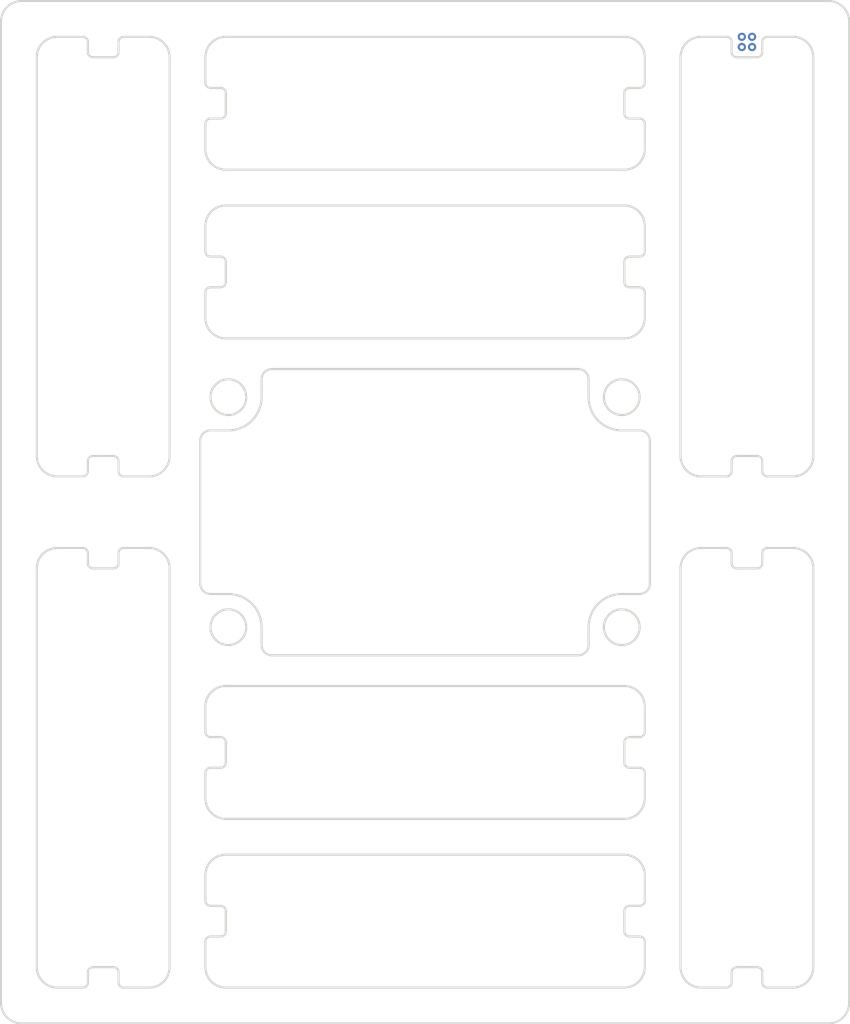
<source format=kicad_pcb>
(kicad_pcb (version 20210228) (generator pcbnew)

  (general
    (thickness 1.6)
  )

  (paper "A4")
  (layers
    (0 "F.Cu" signal)
    (31 "B.Cu" signal)
    (32 "B.Adhes" user "B.Adhesive")
    (33 "F.Adhes" user "F.Adhesive")
    (34 "B.Paste" user)
    (35 "F.Paste" user)
    (36 "B.SilkS" user "B.Silkscreen")
    (37 "F.SilkS" user "F.Silkscreen")
    (38 "B.Mask" user)
    (39 "F.Mask" user)
    (40 "Dwgs.User" user "User.Drawings")
    (41 "Cmts.User" user "User.Comments")
    (42 "Eco1.User" user "User.Eco1")
    (43 "Eco2.User" user "User.Eco2")
    (44 "Edge.Cuts" user)
    (45 "Margin" user)
    (46 "B.CrtYd" user "B.Courtyard")
    (47 "F.CrtYd" user "F.Courtyard")
    (48 "B.Fab" user)
    (49 "F.Fab" user)
    (50 "User.1" user)
    (51 "User.2" user)
    (52 "User.3" user)
    (53 "User.4" user)
    (54 "User.5" user)
    (55 "User.6" user)
    (56 "User.7" user)
    (57 "User.8" user)
    (58 "User.9" user)
  )

  (setup
    (pad_to_mask_clearance 0)
    (pcbplotparams
      (layerselection 0x00010fc_ffffffff)
      (disableapertmacros false)
      (usegerberextensions false)
      (usegerberattributes true)
      (usegerberadvancedattributes true)
      (creategerberjobfile true)
      (svguseinch false)
      (svgprecision 6)
      (excludeedgelayer true)
      (plotframeref false)
      (viasonmask false)
      (mode 1)
      (useauxorigin false)
      (hpglpennumber 1)
      (hpglpenspeed 20)
      (hpglpendiameter 15.000000)
      (dxfpolygonmode true)
      (dxfimperialunits true)
      (dxfusepcbnewfont true)
      (psnegative false)
      (psa4output false)
      (plotreference true)
      (plotvalue true)
      (plotinvisibletext false)
      (sketchpadsonfab false)
      (subtractmaskfromsilk false)
      (outputformat 1)
      (mirror false)
      (drillshape 1)
      (scaleselection 1)
      (outputdirectory "")
    )
  )


  (net 0 "")

  (gr_arc (start 124.000001 132.5) (end 123.500001 132.5) (angle -90) (layer "Edge.Cuts") (width 0.2) (tstamp 00034963-65dc-43dc-af8e-9269170c3b79))
  (gr_line (start 123.500001 56.500001) (end 123.500001 59) (layer "Edge.Cuts") (width 0.2) (tstamp 0014e4fa-d980-4c29-950b-ff1d3a5a2c89))
  (gr_line (start 125.000001 53.000001) (end 124.000001 53.000001) (layer "Edge.Cuts") (width 0.2) (tstamp 014feda0-ac15-4876-b386-097eb62454b5))
  (gr_arc (start 124.000001 120) (end 124.000001 119.499999) (angle -90) (layer "Edge.Cuts") (width 0.2) (tstamp 019081ed-71e5-460c-8bbb-b0a56368f049))
  (gr_line (start 164.5 128) (end 125.5 128) (layer "Edge.Cuts") (width 0.2) (tstamp 01d5a2b0-4a0f-4157-9ada-9d2308de37f0))
  (gr_line (start 166.5 116) (end 166.5 113.5) (layer "Edge.Cuts") (width 0.2) (tstamp 02adcbb5-c20b-44d4-8bb5-06eee9c960d6))
  (gr_line (start 166.5 132.5) (end 166.5 130) (layer "Edge.Cuts") (width 0.2) (tstamp 03b48ae5-a862-457d-adab-9230ca9a33f3))
  (gr_arc (start 165 70) (end 165 69.5) (angle -90) (layer "Edge.Cuts") (width 0.2) (tstamp 03d3426c-b54a-4447-a0af-96d0e583a4a8))
  (gr_arc (start 125.75 83.250001) (end 125.75 86.500001) (angle -90) (layer "Edge.Cuts") (width 0.2) (tstamp 05735fa3-102f-475d-b2cc-3f67d97164d5))
  (gr_arc (start 125.000001 72) (end 125.000001 72.500001) (angle -90) (layer "Edge.Cuts") (width 0.2) (tstamp 0604a264-b852-495e-a2f6-25554edec1e0))
  (gr_arc (start 125.000001 119) (end 125.000001 119.5) (angle -90) (layer "Edge.Cuts") (width 0.2) (tstamp 060b5c48-1d36-4c58-b83a-bfe4aa79b051))
  (gr_arc (start 124.000001 73) (end 124.000001 72.5) (angle -90) (layer "Edge.Cuts") (width 0.2) (tstamp 063abee1-ca95-4a55-b89d-a92c234676cf))
  (gr_line (start 164.5 64.5) (end 125.5 64.5) (layer "Edge.Cuts") (width 0.2) (tstamp 06ea7f2d-22e8-43b1-8e7e-6411c9e55c6c))
  (gr_arc (start 112.5 49.5) (end 112 49.5) (angle -90) (layer "Edge.Cuts") (width 0.2) (tstamp 081d71fb-ae5d-4d7b-9e3b-55d4d3e5eccc))
  (gr_line (start 165 69.5) (end 166 69.5) (layer "Edge.Cuts") (width 0.2) (tstamp 0857d704-1557-49e9-b2ea-5fd0f6dd6188))
  (gr_arc (start 125.5 130) (end 125.5 128) (angle -90) (layer "Edge.Cuts") (width 0.2) (tstamp 08e57b77-6866-4acf-90f2-80388c78982e))
  (gr_line (start 112 49.5) (end 112 48.5) (layer "Edge.Cuts") (width 0.2) (tstamp 093253e0-20f8-49a0-985f-9fef60247a38))
  (gr_arc (start 166 56.500001) (end 166.5 56.500001) (angle -90) (layer "Edge.Cuts") (width 0.2) (tstamp 09a42c15-4756-464c-8968-7903761010ef))
  (gr_arc (start 178.5 48.5) (end 178.5 48) (angle -90) (layer "Edge.Cuts") (width 0.2) (tstamp 09c81803-0d26-4efa-9dde-f16a1975f5d2))
  (gr_line (start 166.5 136.5) (end 166.5 139) (layer "Edge.Cuts") (width 0.2) (tstamp 0aef9c6c-3de1-42bb-9a2a-535f99359862))
  (gr_line (start 123.500001 73) (end 123.500001 75.5) (layer "Edge.Cuts") (width 0.2) (tstamp 0af88a0d-8ae4-4729-b67b-aa16bb68410d))
  (gr_arc (start 124.000001 52.500001) (end 123.500001 52.500001) (angle -90) (layer "Edge.Cuts") (width 0.2) (tstamp 0ba54e67-e5e2-4aa1-be36-246219e54f2e))
  (gr_line (start 177.5 100) (end 175.5 100) (layer "Edge.Cuts") (width 0.2) (tstamp 0c6c19b9-44e2-498f-9d67-d8bc7a49fe8e))
  (gr_arc (start 164.5 50) (end 166.5 50) (angle -90) (layer "Edge.Cuts") (width 0.2) (tstamp 0d6a22d6-d4c9-4ea6-a9e3-2b7aeddfbd9d))
  (gr_line (start 165 119.5) (end 166 119.5) (layer "Edge.Cuts") (width 0.2) (tstamp 0da99c2c-6129-48ae-b93c-0a779ab23f09))
  (gr_arc (start 115.5 48.5) (end 115.5 48) (angle -90) (layer "Edge.Cuts") (width 0.2) (tstamp 0db149dc-594d-416a-8be3-47876e42116d))
  (gr_line (start 175 49.5) (end 175 48.5) (layer "Edge.Cuts") (width 0.2) (tstamp 0e6bd3ae-4fc8-43c4-9e08-a9c4748aa930))
  (gr_line (start 165 53.000001) (end 166 53.000001) (layer "Edge.Cuts") (width 0.2) (tstamp 0eb69556-0190-4109-858a-3316ca727088))
  (gr_arc (start 124 87.500001) (end 124.000001 86.500001) (angle -90) (layer "Edge.Cuts") (width 0.2) (tstamp 0f49fb5d-7d24-4534-ae5e-a7a2dc6486d5))
  (gr_line (start 115.5 141) (end 118 141) (layer "Edge.Cuts") (width 0.2) (tstamp 10a8e71a-7a58-419e-8d89-aabd0d3a7d4c))
  (gr_arc (start 166 73) (end 166.5 73) (angle -90) (layer "Edge.Cuts") (width 0.2) (tstamp 1134a133-e1bb-4fbb-8e58-07c4ece67742))
  (gr_line (start 165 53.000001) (end 166 53.000001) (layer "Edge.Cuts") (width 0.2) (tstamp 11aabf90-e31e-4f93-a8bb-ee8543855d6b))
  (gr_line (start 178.5 98) (end 181 98) (layer "Edge.Cuts") (width 0.2) (tstamp 11f871f9-e02a-4283-9bdd-f746d1d52f24))
  (gr_line (start 166 102.499999) (end 164.25 102.499999) (layer "Edge.Cuts") (width 0.2) (tstamp 123fcab4-e547-467f-bc3d-005f5fa1d4d1))
  (gr_line (start 166.5 136.5) (end 166.5 139) (layer "Edge.Cuts") (width 0.2) (tstamp 12834933-0312-44af-b3a3-af542cc119db))
  (gr_line (start 175.5 89.000001) (end 177.5 89.000001) (layer "Edge.Cuts") (width 0.2) (tstamp 12aab608-3995-4458-b25e-f8b5606883d5))
  (gr_line (start 166.5 73) (end 166.5 75.5) (layer "Edge.Cuts") (width 0.2) (tstamp 1313518b-19c5-48ff-9d3e-4af608a9b91d))
  (gr_arc (start 177.5 49.5) (end 177.499999 50) (angle -90) (layer "Edge.Cuts") (width 0.2) (tstamp 13337f6b-e9c4-42ef-9af2-212165de7178))
  (gr_line (start 125.000001 136) (end 124.000001 136) (layer "Edge.Cuts") (width 0.2) (tstamp 1446605b-3d0e-459f-b029-6ece3eac711a))
  (gr_line (start 123.500001 132.5) (end 123.500001 130) (layer "Edge.Cuts") (width 0.2) (tstamp 14797291-a662-4844-9a40-96c4bcd0c7e3))
  (gr_arc (start 111.5 140.5) (end 111.5 141) (angle -90) (layer "Edge.Cuts") (width 0.2) (tstamp 14b4f851-6757-423d-be16-e1984588e632))
  (gr_line (start 120 139) (end 120 99.999999) (layer "Edge.Cuts") (width 0.2) (tstamp 14fbc195-262c-4b05-a3ed-77ed826868fe))
  (gr_line (start 123 87.500001) (end 123 101.5) (layer "Edge.Cuts") (width 0.2) (tstamp 159b876d-01a8-4e8e-af8a-a240a5b8777e))
  (gr_arc (start 172 89.000001) (end 170 89.000001) (angle -90) (layer "Edge.Cuts") (width 0.2) (tstamp 15cdb811-ed88-4b9e-92e7-483ca3e13ece))
  (gr_arc (start 111.5 90.5) (end 111.5 91) (angle -90) (layer "Edge.Cuts") (width 0.2) (tstamp 1639d6f0-b2ad-4151-83e3-9bc77f43400d))
  (gr_arc (start 166 56.500001) (end 166.5 56.500001) (angle -90) (layer "Edge.Cuts") (width 0.2) (tstamp 166a7d1d-291c-43e2-b625-aadfe84c9df3))
  (gr_arc (start 125.000001 117) (end 125.500001 117) (angle -90) (layer "Edge.Cuts") (width 0.2) (tstamp 1a11b06a-e61b-4f6c-aa0a-d09d15a44298))
  (gr_arc (start 125.5 50.000001) (end 125.5 48) (angle -90) (layer "Edge.Cuts") (width 0.2) (tstamp 1b73cf3d-518b-4762-8860-b8319d21dba5))
  (gr_arc (start 124.000001 56.500001) (end 124.000001 56.000001) (angle -90) (layer "Edge.Cuts") (width 0.2) (tstamp 1bec7d73-52b2-4061-b60d-9c0f97b5339b))
  (gr_arc (start 174.5 98.5) (end 175 98.5) (angle -90) (layer "Edge.Cuts") (width 0.2) (tstamp 1befa87d-34f6-454d-9e1c-96e05b95786c))
  (gr_arc (start 178.5 98.5) (end 178.5 97.999999) (angle -90) (layer "Edge.Cuts") (width 0.2) (tstamp 1c2e68f3-681b-4ebb-a4b8-15a71610d37f))
  (gr_arc (start 125.000001 70) (end 125.500001 70) (angle -90) (layer "Edge.Cuts") (width 0.2) (tstamp 1c58189a-21b2-4af1-b9f1-cd6c43a1812d))
  (gr_arc (start 166 69) (end 166 69.5) (angle -90) (layer "Edge.Cuts") (width 0.2) (tstamp 1c867b59-88cf-4ad9-927c-513f0e222aa6))
  (gr_line (start 125.500001 117) (end 125.500001 119) (layer "Edge.Cuts") (width 0.2) (tstamp 1ce40b60-34bc-4738-a1ce-2395560fc85f))
  (gr_line (start 164.5 135.5) (end 164.5 133.5) (layer "Edge.Cuts") (width 0.2) (tstamp 1d5d1dd6-5986-4dd9-abd8-d15f26fff484))
  (gr_line (start 164.5 111.499999) (end 125.5 111.5) (layer "Edge.Cuts") (width 0.2) (tstamp 1e6b2a5c-42fb-4e7c-b2d3-7024fa2d198e))
  (gr_arc (start 175.5 89.5) (end 175.5 89) (angle -90) (layer "Edge.Cuts") (width 0.2) (tstamp 1f099460-422c-44b4-b19a-6d781f2eaff1))
  (gr_arc (start 125.000001 133.5) (end 125.500001 133.5) (angle -90) (layer "Edge.Cuts") (width 0.2) (tstamp 2039bf8b-4cef-43c6-a065-2fce339c6703))
  (gr_line (start 165 119.5) (end 166 119.5) (layer "Edge.Cuts") (width 0.2) (tstamp 21d8028b-28f3-418e-9b08-62733599c192))
  (gr_line (start 123.500001 116) (end 123.500001 113.5) (layer "Edge.Cuts") (width 0.2) (tstamp 22566f9f-66c3-48f2-8705-fe02e06bda8e))
  (gr_arc (start 125.000001 117) (end 125.500001 117) (angle -90) (layer "Edge.Cuts") (width 0.2) (tstamp 22eb00a1-b157-4b53-a120-5f942ab72439))
  (gr_line (start 174.5 141) (end 172 141) (layer "Edge.Cuts") (width 0.2) (tstamp 23a82aa4-c357-49d1-9bda-a84885d49581))
  (gr_arc (start 178.5 90.5) (end 178 90.5) (angle -90) (layer "Edge.Cuts") (width 0.2) (tstamp 23c5511b-579e-4aed-a461-425c7fd8198b))
  (gr_line (start 177.5 100) (end 175.5 100) (layer "Edge.Cuts") (width 0.2) (tstamp 2492f334-8fe3-4f41-ac06-76facaac45c9))
  (gr_line (start 165 72.5) (end 166 72.5) (layer "Edge.Cuts") (width 0.2) (tstamp 25388162-bcd3-4dc2-b45d-2d3e21c36a18))
  (gr_circle (center 125.75 105.75) (end 127.500001 105.75) (layer "Edge.Cuts") (width 0.2) (fill none) (tstamp 2598adfe-d184-4b3f-a1d0-84e3f2b21f27))
  (gr_line (start 111.5 48) (end 109 48) (layer "Edge.Cuts") (width 0.2) (tstamp 271e8e7f-642e-4762-bcb7-e64ce3958ed7))
  (gr_line (start 115.5 141) (end 118 141) (layer "Edge.Cuts") (width 0.2) (tstamp 28d3a1f2-24de-4dbc-9118-9e6d6a7c8dbd))
  (gr_line (start 175.5 139) (end 177.5 139) (layer "Edge.Cuts") (width 0.2) (tstamp 297236be-f851-4c92-ae99-7b8ef5d00900))
  (gr_line (start 184.5 44.500001) (end 105.5 44.500001) (layer "Edge.Cuts") (width 0.2) (tstamp 299d2d96-dbb3-4906-b9b2-3234d17797d7))
  (gr_line (start 174.5 98) (end 172 98) (layer "Edge.Cuts") (width 0.2) (tstamp 2aa3a88b-d292-4796-a94e-5772a5d44b94))
  (gr_arc (start 114.500001 49.5) (end 114.5 50) (angle -90) (layer "Edge.Cuts") (width 0.2) (tstamp 2b66c5b1-c539-401f-bf0d-1ff2ee3c0706))
  (gr_arc (start 166 116) (end 166 116.5) (angle -90) (layer "Edge.Cuts") (width 0.2) (tstamp 2bac059c-84fa-4be9-b192-4b30c1cc5454))
  (gr_arc (start 177.5 89.500001) (end 178 89.500001) (angle -90) (layer "Edge.Cuts") (width 0.2) (tstamp 2d2c5c77-a9c2-4425-9fb3-a30badab76d6))
  (gr_arc (start 172 50) (end 172 48) (angle -90) (layer "Edge.Cuts") (width 0.2) (tstamp 2e1f857d-5ba0-4898-8cd7-da7e56dc6cda))
  (gr_line (start 164.5 119) (end 164.5 117) (layer "Edge.Cuts") (width 0.2) (tstamp 2ebbf2e8-1cb0-46ec-91ff-747c8c21fd02))
  (gr_line (start 166.5 120) (end 166.5 122.5) (layer "Edge.Cuts") (width 0.2) (tstamp 2ec48700-7fbc-40c0-8d87-90bb18e0587d))
  (gr_line (start 178.5 48) (end 181 48) (layer "Edge.Cuts") (width 0.2) (tstamp 316adb2c-437d-43b1-bd66-9a59571beab8))
  (gr_line (start 178.5 91) (end 181 91) (layer "Edge.Cuts") (width 0.2) (tstamp 3374311c-3e0d-4aa5-9069-5213404d9a9c))
  (gr_arc (start 109 50) (end 109 48) (angle -90) (layer "Edge.Cuts") (width 0.2) (tstamp 33a2b1f5-161a-4627-ad55-6ca91df37497))
  (gr_arc (start 114.5 89.5) (end 115 89.5) (angle -90) (layer "Edge.Cuts") (width 0.2) (tstamp 33e79b72-f510-4741-b2b6-3708c2d6d951))
  (gr_arc (start 174.5 140.5) (end 174.5 141) (angle -90) (layer "Edge.Cuts") (width 0.2) (tstamp 34474e3f-ec1d-4e8b-b986-26a41bc0cb0f))
  (gr_arc (start 181 50) (end 183 50) (angle -90) (layer "Edge.Cuts") (width 0.2) (tstamp 346baf8e-2512-41ee-a0df-aa69f79ee226))
  (gr_arc (start 118 139) (end 118 141) (angle -90) (layer "Edge.Cuts") (width 0.2) (tstamp 3531f57c-94fe-4381-87f5-6700fb6a56d4))
  (gr_arc (start 112.5 139.5) (end 112.500001 139) (angle -90) (layer "Edge.Cuts") (width 0.2) (tstamp 364aa535-4c78-415a-bf0a-3ccd1d0261b8))
  (gr_line (start 125.5 141) (end 164.5 141) (layer "Edge.Cuts") (width 0.2) (tstamp 3657f859-1665-40d8-acae-0c3d2f72eb54))
  (gr_line (start 125.000001 56.000001) (end 124.000001 56.000001) (layer "Edge.Cuts") (width 0.2) (tstamp 3682529a-552d-47d6-b8f9-2e61ad9dfebc))
  (gr_line (start 130 108.5) (end 160 108.5) (layer "Edge.Cuts") (width 0.2) (tstamp 36961ecb-eb6b-48a4-9955-640800333c10))
  (gr_arc (start 124.000001 56.500001) (end 124.000001 56.000001) (angle -90) (layer "Edge.Cuts") (width 0.2) (tstamp 374985e0-d355-4e05-bdf2-c2955d490b71))
  (gr_arc (start 112.5 99.499999) (end 112 99.499999) (angle -90) (layer "Edge.Cuts") (width 0.2) (tstamp 37d82d99-8d31-47b9-acba-478373a4264d))
  (gr_line (start 165 116.5) (end 166 116.5) (layer "Edge.Cuts") (width 0.2) (tstamp 37e52dba-8777-4205-a64a-e7363f95c34f))
  (gr_arc (start 175.5 99.5) (end 175 99.5) (angle -90) (layer "Edge.Cuts") (width 0.2) (tstamp 37f8c8d7-8127-44ce-af61-886617819d4f))
  (gr_arc (start 130 107.5) (end 129 107.5) (angle -90) (layer "Edge.Cuts") (width 0.2) (tstamp 39b0688d-d761-4584-9da3-1aaa14f542c1))
  (gr_line (start 175 99.5) (end 175 98.5) (layer "Edge.Cuts") (width 0.2) (tstamp 3a058d52-191c-4458-bb62-2b66bbf0ae2c))
  (gr_line (start 123.500001 136.5) (end 123.500001 139) (layer "Edge.Cuts") (width 0.2) (tstamp 3abff252-7c4e-44f2-89f8-b967deb473ba))
  (gr_line (start 183 139) (end 183 99.999999) (layer "Edge.Cuts") (width 0.2) (tstamp 3afe9e10-8534-441f-872c-a5498d43e3ab))
  (gr_arc (start 111.5 48.5) (end 112 48.5) (angle -90) (layer "Edge.Cuts") (width 0.2) (tstamp 3b36788c-39d8-4404-b484-7977b00314c2))
  (gr_circle (center 164.25 105.749999) (end 166 105.749999) (layer "Edge.Cuts") (width 0.2) (fill none) (tstamp 3c10b034-96b6-435d-a395-a5163f05c7ed))
  (gr_line (start 178 49.5) (end 178 48.5) (layer "Edge.Cuts") (width 0.2) (tstamp 3c483edc-4624-47d7-b5fe-67074de756ce))
  (gr_arc (start 130 107.5) (end 129 107.5) (angle -90) (layer "Edge.Cuts") (width 0.2) (tstamp 3c8b9f47-7cb6-4f4e-9eba-5c11fcf8a2b1))
  (gr_arc (start 114.500001 139.5) (end 115.000001 139.5) (angle -90) (layer "Edge.Cuts") (width 0.2) (tstamp 3cac3540-1590-4133-bf23-da4a051b6f31))
  (gr_arc (start 177.5 139.5) (end 178 139.5) (angle -90) (layer "Edge.Cuts") (width 0.2) (tstamp 3cca585c-83f1-44d8-aa65-b286c17c5759))
  (gr_line (start 125.000001 72.500001) (end 124.000001 72.500001) (layer "Edge.Cuts") (width 0.2) (tstamp 3d02247d-64de-4c05-8eca-b0dc00ff3b1c))
  (gr_arc (start 125.000001 55.500001) (end 125.000001 56.000001) (angle -90) (layer "Edge.Cuts") (width 0.2) (tstamp 3fb65b8b-8f5e-4c35-91f1-d03a5050f353))
  (gr_line (start 123.500001 52.500001) (end 123.500001 50.000001) (layer "Edge.Cuts") (width 0.2) (tstamp 3fbe8f11-10e9-4de2-8174-0667c2431f10))
  (gr_arc (start 160 81.500001) (end 161 81.500001) (angle -90) (layer "Edge.Cuts") (width 0.2) (tstamp 406c17b2-1d64-4304-aebd-da4dcdec9c44))
  (gr_line (start 161 105.749999) (end 161 107.499999) (layer "Edge.Cuts") (width 0.2) (tstamp 40fd8cb3-d5d2-40b9-99cc-ac4573608537))
  (gr_arc (start 166 52.5) (end 166 53.000001) (angle -90) (layer "Edge.Cuts") (width 0.2) (tstamp 4150a98f-9868-46a0-b4c8-8459cf7b7466))
  (gr_arc (start 164.5 66.5) (end 166.5 66.5) (angle -90) (layer "Edge.Cuts") (width 0.2) (tstamp 41c795c8-4cf5-4f1b-a26a-b088257571a4))
  (gr_arc (start 165 55.500001) (end 164.5 55.5) (angle -90) (layer "Edge.Cuts") (width 0.2) (tstamp 4266fd15-dcb6-45ab-9de6-4f4a43649b71))
  (gr_arc (start 175.499999 139.5) (end 175.5 139) (angle -90) (layer "Edge.Cuts") (width 0.2) (tstamp 42e8d55a-73c0-4bd9-9aaf-7d87b1419cc8))
  (gr_line (start 129 107.5) (end 129 105.75) (layer "Edge.Cuts") (width 0.2) (tstamp 43139a1e-7503-4942-be24-25313a271466))
  (gr_arc (start 181 99.999999) (end 183 99.999999) (angle -90) (layer "Edge.Cuts") (width 0.2) (tstamp 4323d699-265d-4e5b-9406-3d75ffa1cf33))
  (gr_line (start 166 86.500001) (end 164.25 86.500001) (layer "Edge.Cuts") (width 0.2) (tstamp 435efb30-a57f-44d8-94b5-b07e5712dc98))
  (gr_arc (start 166 101.499999) (end 166 102.499999) (angle -90) (layer "Edge.Cuts") (width 0.2) (tstamp 43d1c143-a06c-4479-b6f9-603f0697b725))
  (gr_arc (start 181 89.000001) (end 181 91.000001) (angle -90) (layer "Edge.Cuts") (width 0.2) (tstamp 4548ebfe-d6aa-4423-8dcc-e0456298dd12))
  (gr_arc (start 109 139) (end 107 139) (angle -90) (layer "Edge.Cuts") (width 0.2) (tstamp 456ca73d-f889-407c-a95b-c44f68d0c53f))
  (gr_line (start 166.5 52.500001) (end 166.5 50) (layer "Edge.Cuts") (width 0.2) (tstamp 4754ae48-ba95-4ce6-961e-c6bc8e926ffd))
  (gr_arc (start 124 87.500001) (end 124.000001 86.500001) (angle -90) (layer "Edge.Cuts") (width 0.2) (tstamp 4820f889-3116-4eec-9beb-c1a75bf1659b))
  (gr_arc (start 125.000001 135.5) (end 125.000001 136) (angle -90) (layer "Edge.Cuts") (width 0.2) (tstamp 4851b389-0cea-47a1-b37f-f0084c7899fb))
  (gr_line (start 177.5 50) (end 175.5 50) (layer "Edge.Cuts") (width 0.2) (tstamp 486f4558-ff80-4f5b-a9ae-6aa8c3a21ef6))
  (gr_arc (start 174.5 90.5) (end 174.5 91) (angle -90) (layer "Edge.Cuts") (width 0.2) (tstamp 48d81dc4-1cdb-4a79-8ceb-acbf4f7c294c))
  (gr_line (start 103.5 46.500001) (end 103.5 142.499999) (layer "Edge.Cuts") (width 0.2) (tstamp 490105f8-2f12-4378-b486-1e9d9c5e771c))
  (gr_arc (start 166 52.5) (end 166 53.000001) (angle -90) (layer "Edge.Cuts") (width 0.2) (tstamp 49b0ddd3-e40c-4890-88f7-a05cf01a6911))
  (gr_line (start 186.5 142.499999) (end 186.5 46.500001) (layer "Edge.Cuts") (width 0.2) (tstamp 49ce7eb4-ac08-4c9a-ba86-6f63bf49a916))
  (gr_arc (start 125.5 66.5) (end 125.5 64.5) (angle -90) (layer "Edge.Cuts") (width 0.2) (tstamp 4a1cf5f5-fca3-459e-96b3-dbb3721fd82f))
  (gr_line (start 112.5 89.000001) (end 114.5 89.000001) (layer "Edge.Cuts") (width 0.2) (tstamp 4ae5526c-2c06-4d9d-a5cf-14d5034e0c74))
  (gr_arc (start 125.5 50.000001) (end 125.5 48) (angle -90) (layer "Edge.Cuts") (width 0.2) (tstamp 4aebf640-461e-44a5-a31c-3f20768f557d))
  (gr_arc (start 166 101.499999) (end 166 102.499999) (angle -90) (layer "Edge.Cuts") (width 0.2) (tstamp 4c0adfed-dfa6-44e0-9d2b-b91cd2ddaeae))
  (gr_arc (start 109 99.999999) (end 109 97.999999) (angle -90) (layer "Edge.Cuts") (width 0.2) (tstamp 4c23cce7-59ef-47a9-ae1c-4edd9969be4f))
  (gr_line (start 115.5 48) (end 118 48) (layer "Edge.Cuts") (width 0.2) (tstamp 4c63e661-0bb7-4e3c-8f2c-a4697605a966))
  (gr_arc (start 118 89.000001) (end 118 91.000001) (angle -90) (layer "Edge.Cuts") (width 0.2) (tstamp 4d4664b5-b2e4-4bc9-bee8-024b96309211))
  (gr_line (start 111.5 141) (end 109 141) (layer "Edge.Cuts") (width 0.2) (tstamp 4d755e9c-9730-4d37-b10e-5a95d078ea3a))
  (gr_arc (start 115.5 98.5) (end 115.5 97.999999) (angle -90) (layer "Edge.Cuts") (width 0.2) (tstamp 4e033590-5c36-4aff-b625-4d652ac77a94))
  (gr_line (start 125.500001 53.500001) (end 125.500001 55.500001) (layer "Edge.Cuts") (width 0.2) (tstamp 4e443168-6fca-4059-8af7-f3c012a86e95))
  (gr_arc (start 124.000001 136.5) (end 124.000001 136) (angle -90) (layer "Edge.Cuts") (width 0.2) (tstamp 4f1fbc67-f15b-4575-8990-cad40efe17b5))
  (gr_line (start 125.500001 133.5) (end 125.500001 135.5) (layer "Edge.Cuts") (width 0.2) (tstamp 4f403d8d-3fb2-4d72-928c-8e8bc4cbefc3))
  (gr_line (start 175 89.5) (end 175 90.5) (layer "Edge.Cuts") (width 0.2) (tstamp 50cd605c-f821-4d9e-a4bd-7dde7ddf3180))
  (gr_line (start 114.5 99.999999) (end 112.5 99.999999) (layer "Edge.Cuts") (width 0.2) (tstamp 512351c8-ee07-4a4d-9ca4-89c8c3fb2f0d))
  (gr_arc (start 174.5 98.5) (end 175 98.5) (angle -90) (layer "Edge.Cuts") (width 0.2) (tstamp 51390a12-9300-4c24-b565-75fba088fc70))
  (gr_arc (start 125.5 59) (end 123.5 59) (angle -90) (layer "Edge.Cuts") (width 0.2) (tstamp 51de0191-f74b-4480-8ff3-ae21248b28b4))
  (gr_line (start 125.5 124.5) (end 164.5 124.5) (layer "Edge.Cuts") (width 0.2) (tstamp 527e92cb-f85e-4cd8-9dcb-4f7f8c92a5dc))
  (gr_line (start 124 86.500001) (end 125.75 86.500001) (layer "Edge.Cuts") (width 0.2) (tstamp 52b3a838-ef5f-48e9-b034-ee8c17e56cb3))
  (gr_arc (start 166 87.500001) (end 167 87.500001) (angle -90) (layer "Edge.Cuts") (width 0.2) (tstamp 52c5562e-43f1-456b-978a-74d2d6cbe9d3))
  (gr_line (start 178 89.500001) (end 178 90.5) (layer "Edge.Cuts") (width 0.2) (tstamp 531383ac-4704-4ed3-ac4a-2caca7f45be8))
  (gr_line (start 178 99.499999) (end 178 98.5) (layer "Edge.Cuts") (width 0.2) (tstamp 53658edf-9d93-4cbb-a2e7-fb0a6a18b2b9))
  (gr_line (start 166.5 132.5) (end 166.5 130) (layer "Edge.Cuts") (width 0.2) (tstamp 53cf5505-7925-4244-95d5-957061cb81be))
  (gr_arc (start 165 117) (end 165 116.5) (angle -90) (layer "Edge.Cuts") (width 0.2) (tstamp 53d12086-d10d-4631-88f4-65c4b07cb929))
  (gr_line (start 125.5 141) (end 164.5 141) (layer "Edge.Cuts") (width 0.2) (tstamp 54120408-b251-4b4e-8042-a24f14bfbe42))
  (gr_line (start 164.5 119) (end 164.5 117) (layer "Edge.Cuts") (width 0.2) (tstamp 56c1ec7e-af84-4716-9421-431221b47e22))
  (gr_arc (start 165 117) (end 165 116.5) (angle -90) (layer "Edge.Cuts") (width 0.2) (tstamp 573cf8ff-2e87-4fc3-8df7-ffc73e9a0590))
  (gr_arc (start 115.5 140.5) (end 115 140.5) (angle -90) (layer "Edge.Cuts") (width 0.2) (tstamp 5741cc7d-5880-441a-9b65-8e63aa85bb72))
  (gr_line (start 125.000001 56.000001) (end 124.000001 56.000001) (layer "Edge.Cuts") (width 0.2) (tstamp 5915766d-e05f-4798-a5c4-a3d04ac05066))
  (gr_line (start 125.000001 72.500001) (end 124.000001 72.500001) (layer "Edge.Cuts") (width 0.2) (tstamp 5a6c40a1-5385-43b2-93e5-8375746c4d7d))
  (gr_arc (start 125.5 59) (end 123.5 59) (angle -90) (layer "Edge.Cuts") (width 0.2) (tstamp 5acf39c5-6735-482c-88cd-9be0aa813aa3))
  (gr_line (start 174.5 48) (end 172 48) (layer "Edge.Cuts") (width 0.2) (tstamp 5bac8d08-f777-42c1-91e9-5ba2b15e9c9b))
  (gr_line (start 183 139) (end 183 99.999999) (layer "Edge.Cuts") (width 0.2) (tstamp 5c21492b-b03e-4b2c-adcd-a3637e921ddc))
  (gr_line (start 161 107.499999) (end 161 105.749999) (layer "Edge.Cuts") (width 0.2) (tstamp 5f223e6c-8f52-46d4-890c-33f546055713))
  (gr_line (start 115.000001 139.5) (end 115.000001 140.5) (layer "Edge.Cuts") (width 0.2) (tstamp 5f3a90ab-ffab-4468-9000-c4aff8e5fba6))
  (gr_circle (center 164.25 83.250001) (end 166 83.250001) (layer "Edge.Cuts") (width 0.2) (fill none) (tstamp 6018439d-195c-496d-809c-d5c7780ebb5d))
  (gr_arc (start 115.5 98.5) (end 115.5 97.999999) (angle -90) (layer "Edge.Cuts") (width 0.2) (tstamp 61970b89-3659-4f38-8e7d-e86e7d0ad603))
  (gr_line (start 178.5 141) (end 181 141) (layer "Edge.Cuts") (width 0.2) (tstamp 62cd391f-116b-436d-a181-6adb24264913))
  (gr_line (start 183 89.000001) (end 183 50) (layer "Edge.Cuts") (width 0.2) (tstamp 62ce86b3-ac10-4b1f-bcd6-972fd86ded12))
  (gr_arc (start 165 119) (end 164.5 119) (angle -90) (layer "Edge.Cuts") (width 0.2) (tstamp 6312ae3d-0fc5-4afc-976e-e2aefb83a5e9))
  (gr_arc (start 165 72) (end 164.5 72) (angle -90) (layer "Edge.Cuts") (width 0.2) (tstamp 638faeae-dd5a-4beb-8734-6db03647662e))
  (gr_arc (start 124.000001 52.500001) (end 123.500001 52.500001) (angle -90) (layer "Edge.Cuts") (width 0.2) (tstamp 647d6237-cf73-4f7e-b6b6-ba76749468c5))
  (gr_line (start 174.5 141) (end 172 141) (layer "Edge.Cuts") (width 0.2) (tstamp 671f47ef-dddf-4da9-8def-88c5d7da4949))
  (gr_arc (start 125.75 83.250001) (end 125.75 86.500001) (angle -90) (layer "Edge.Cuts") (width 0.2) (tstamp 68090d08-0070-4246-a246-827a55d60b88))
  (gr_line (start 111.5 141) (end 109 141) (layer "Edge.Cuts") (width 0.2) (tstamp 683cc86b-01f4-4925-af2a-73176c9eda67))
  (gr_arc (start 125.5 66.5) (end 125.5 64.5) (angle -90) (layer "Edge.Cuts") (width 0.2) (tstamp 68565c5c-7e29-42bf-802f-b3a3e2fac767))
  (gr_arc (start 124.000001 69) (end 123.500001 69) (angle -90) (layer "Edge.Cuts") (width 0.2) (tstamp 6892ab83-2d87-4626-9a4d-17de50adf801))
  (gr_line (start 175 99.5) (end 175 98.5) (layer "Edge.Cuts") (width 0.2) (tstamp 6a033be9-7e6c-4b20-8423-64b89e3c213c))
  (gr_line (start 178 139.5) (end 178 140.5) (layer "Edge.Cuts") (width 0.2) (tstamp 6a03af84-dfe1-42c1-923a-6ceb56e06d7f))
  (gr_arc (start 181 99.999999) (end 183 99.999999) (angle -90) (layer "Edge.Cuts") (width 0.2) (tstamp 6a09fdef-91c6-4236-b13d-6bc65e8b1264))
  (gr_arc (start 125.5 122.5) (end 123.5 122.499999) (angle -90) (layer "Edge.Cuts") (width 0.2) (tstamp 6ada1cf6-8a1d-47d8-bb6d-f324d81238d7))
  (gr_arc (start 165 135.5) (end 164.5 135.5) (angle -90) (layer "Edge.Cuts") (width 0.2) (tstamp 6b1c5ad2-9ebf-4d7e-98cf-6a54ef333750))
  (gr_arc (start 118 99.999999) (end 120 99.999999) (angle -90) (layer "Edge.Cuts") (width 0.2) (tstamp 6b40433b-b2cc-46fa-86a6-7c5180160261))
  (gr_line (start 125.000001 116.5) (end 124.000001 116.5) (layer "Edge.Cuts") (width 0.2) (tstamp 6b4f1cb8-db7a-4d9a-a17a-e877421632ba))
  (gr_arc (start 124.000001 132.5) (end 123.500001 132.5) (angle -90) (layer "Edge.Cuts") (width 0.2) (tstamp 6b98d520-8741-41d5-9dc9-2eb007a3f777))
  (gr_arc (start 165 70) (end 165 69.5) (angle -90) (layer "Edge.Cuts") (width 0.2) (tstamp 6caef0d5-ef42-451c-adf5-d60a359348c0))
  (gr_arc (start 124.000001 116) (end 123.500001 116) (angle -90) (layer "Edge.Cuts") (width 0.2) (tstamp 6d21fdfa-9d0b-4774-9b09-49c8371a7fbc))
  (gr_line (start 165 69.5) (end 166 69.5) (layer "Edge.Cuts") (width 0.2) (tstamp 6db04025-f5cb-46d4-bd33-53bbcb8cb80f))
  (gr_arc (start 184.5 46.500001) (end 186.5 46.500001) (angle -90) (layer "Edge.Cuts") (width 0.2) (tstamp 6e4a8179-e6fb-4fdd-bd7c-261077b35d34))
  (gr_arc (start 125.5 113.5) (end 125.5 111.5) (angle -90) (layer "Edge.Cuts") (width 0.2) (tstamp 6e5f5427-c14d-4c83-882a-4651ac7e8edf))
  (gr_line (start 175.5 89.000001) (end 177.5 89.000001) (layer "Edge.Cuts") (width 0.2) (tstamp 6ec1d10d-c390-4bde-8931-77083e3a17f5))
  (gr_arc (start 165 135.5) (end 164.5 135.5) (angle -90) (layer "Edge.Cuts") (width 0.2) (tstamp 6f38d8a8-9c20-4e97-afa0-f4ae80b6c908))
  (gr_line (start 166.5 69) (end 166.5 66.5) (layer "Edge.Cuts") (width 0.2) (tstamp 6f7c5bac-1ebf-4d74-bc24-8f1d7e3f5bee))
  (gr_line (start 175 89.5) (end 175 90.5) (layer "Edge.Cuts") (width 0.2) (tstamp 703af727-441f-442c-a036-c3e2daa614cd))
  (gr_arc (start 166 87.500001) (end 167 87.500001) (angle -90) (layer "Edge.Cuts") (width 0.2) (tstamp 707c8963-9feb-4f67-94c1-6b98db18f242))
  (gr_arc (start 166 136.5) (end 166.5 136.5) (angle -90) (layer "Edge.Cuts") (width 0.2) (tstamp 708ab278-0b05-4ad5-82af-2020470c1252))
  (gr_line (start 125.500001 53.500001) (end 125.500001 55.500001) (layer "Edge.Cuts") (width 0.2) (tstamp 711642c7-ed52-42f7-8bc3-9cbd94acae23))
  (gr_arc (start 109 89.000001) (end 107 89.000001) (angle -90) (layer "Edge.Cuts") (width 0.2) (tstamp 722c875c-ff8b-4f1d-98bc-d082a66121a3))
  (gr_line (start 175.5 139) (end 177.5 139) (layer "Edge.Cuts") (width 0.2) (tstamp 725c90db-bc20-414d-ba46-edfc6ca7b24f))
  (gr_arc (start 125.000001 135.5) (end 125.000001 136) (angle -90) (layer "Edge.Cuts") (width 0.2) (tstamp 726566e6-96f6-4581-90d5-b0c12a4da511))
  (gr_line (start 123.500001 69) (end 123.500001 66.5) (layer "Edge.Cuts") (width 0.2) (tstamp 72ab6f35-555a-4e9e-a992-fc428844d090))
  (gr_arc (start 111.5 140.5) (end 111.5 141) (angle -90) (layer "Edge.Cuts") (width 0.2) (tstamp 72d297d7-c72f-4b97-9151-7c49ff93f11f))
  (gr_arc (start 177.5 99.499999) (end 177.5 100) (angle -90) (layer "Edge.Cuts") (width 0.2) (tstamp 7387f855-fc0c-4e0e-b541-d461928c72ec))
  (gr_arc (start 111.5 48.5) (end 112 48.5) (angle -90) (layer "Edge.Cuts") (width 0.2) (tstamp 739ce3f9-cd24-40d6-8d43-244897033208))
  (gr_line (start 115.5 48) (end 118 48) (layer "Edge.Cuts") (width 0.2) (tstamp 73e124d7-c434-4d29-ad82-b51d326cead6))
  (gr_arc (start 164.5 139) (end 164.5 141) (angle -90) (layer "Edge.Cuts") (width 0.2) (tstamp 745d615c-306d-47a6-b7e1-b01e78110eff))
  (gr_line (start 123.500001 136.5) (end 123.500001 139) (layer "Edge.Cuts") (width 0.2) (tstamp 74834aee-555b-4f22-978d-7f649c8d03e2))
  (gr_line (start 125.000001 136) (end 124.000001 136) (layer "Edge.Cuts") (width 0.2) (tstamp 75930d07-20a5-49ef-9094-68920e8e455c))
  (gr_line (start 174.5 98) (end 172 98) (layer "Edge.Cuts") (width 0.2) (tstamp 75a200f4-70d7-4175-b297-0b3951f8c0aa))
  (gr_arc (start 124.000001 116) (end 123.500001 116) (angle -90) (layer "Edge.Cuts") (width 0.2) (tstamp 7647cd84-6e90-4140-a0ea-6cf435dc6336))
  (gr_line (start 123.500001 120) (end 123.500001 122.5) (layer "Edge.Cuts") (width 0.2) (tstamp 77e0a86a-e194-45ef-91a4-eef22492a74b))
  (gr_arc (start 166 73) (end 166.5 73) (angle -90) (layer "Edge.Cuts") (width 0.2) (tstamp 78444e31-23f2-4068-bf33-e985fac16f3a))
  (gr_line (start 129 105.75) (end 129 107.5) (layer "Edge.Cuts") (width 0.2) (tstamp 78afb828-6f41-426f-95a4-d6f9d1775e6b))
  (gr_line (start 107 50) (end 107 89.000001) (layer "Edge.Cuts") (width 0.2) (tstamp 78e43c50-b6ca-4873-bc70-d8925c1d02f9))
  (gr_line (start 164.5 135.5) (end 164.5 133.5) (layer "Edge.Cuts") (width 0.2) (tstamp 794e003d-1749-454b-adfe-1414c259734d))
  (gr_line (start 115 99.499999) (end 115 98.5) (layer "Edge.Cuts") (width 0.2) (tstamp 79d7f698-9f16-49b7-8e47-c78416206745))
  (gr_line (start 178.5 141) (end 181 141) (layer "Edge.Cuts") (width 0.2) (tstamp 7a0c370c-6b7e-4d4f-80c3-fcb0e90f785a))
  (gr_arc (start 174.5 48.5) (end 175 48.5) (angle -90) (layer "Edge.Cuts") (width 0.2) (tstamp 7b23398e-df3b-4ab4-b0a4-5d031e6844c6))
  (gr_line (start 165 56.000001) (end 166 56.000001) (layer "Edge.Cuts") (width 0.2) (tstamp 7bb753d6-cf5c-4b8c-8645-d45915c5b952))
  (gr_arc (start 111.5 98.5) (end 112 98.5) (angle -90) (layer "Edge.Cuts") (width 0.2) (tstamp 7c38341b-b6f0-4e47-ae93-3d5bd65a8ad2))
  (gr_line (start 125.5 61) (end 164.5 61) (layer "Edge.Cuts") (width 0.2) (tstamp 7d2a2bbf-7219-48a0-b5f6-36fe9d411aff))
  (gr_arc (start 174.5 90.5) (end 174.5 91) (angle -90) (layer "Edge.Cuts") (width 0.2) (tstamp 7de64986-9910-4a77-8f1e-d0ba3f3b2398))
  (gr_line (start 178 139.5) (end 178 140.5) (layer "Edge.Cuts") (width 0.2) (tstamp 7e12527d-2801-48d3-b369-3534db9b4d69))
  (gr_line (start 165 116.5) (end 166 116.5) (layer "Edge.Cuts") (width 0.2) (tstamp 7e43f9a4-8088-4396-9719-31fce62980b4))
  (gr_line (start 160 80.500001) (end 130 80.500001) (layer "Edge.Cuts") (width 0.2) (tstamp 7e6e75d3-3bda-403a-bf40-21fab2c22ab4))
  (gr_line (start 123.500001 120) (end 123.500001 122.5) (layer "Edge.Cuts") (width 0.2) (tstamp 8030caf8-eaf8-4b6a-bd96-8cd1a6b61f9d))
  (gr_line (start 125.75 102.5) (end 124.000001 102.5) (layer "Edge.Cuts") (width 0.2) (tstamp 80d99066-36e1-4f30-95db-87a40f7ebf3e))
  (gr_line (start 175 49.5) (end 175 48.5) (layer "Edge.Cuts") (width 0.2) (tstamp 82006530-b0c0-4c9e-ba0f-6163f487bfb1))
  (gr_arc (start 114.5 99.5) (end 114.5 100) (angle -90) (layer "Edge.Cuts") (width 0.2) (tstamp 82256e1e-e4a3-4b1d-b351-c69262770d6f))
  (gr_arc (start 114.5 99.5) (end 114.5 100) (angle -90) (layer "Edge.Cuts") (width 0.2) (tstamp 82ade935-e78d-4b4f-93dd-381694c487e6))
  (gr_arc (start 181 139) (end 180.999999 141) (angle -90) (layer "Edge.Cuts") (width 0.2) (tstamp 836d8e73-6b2d-4c9c-a097-fafe2bd15b29))
  (gr_line (start 123.500001 56.500001) (end 123.500001 59) (layer "Edge.Cuts") (width 0.2) (tstamp 84efbb23-0b1f-4969-a357-b662d87e1fe5))
  (gr_arc (start 112.5 49.5) (end 112 49.5) (angle -90) (layer "Edge.Cuts") (width 0.2) (tstamp 8634d63a-bb64-425e-9b1b-ab15719132a1))
  (gr_arc (start 130 81.500001) (end 130 80.500001) (angle -90) (layer "Edge.Cuts") (width 0.2) (tstamp 864c5812-5022-4ce4-9489-a77755131493))
  (gr_line (start 175 139.5) (end 175 140.5) (layer "Edge.Cuts") (width 0.2) (tstamp 8790994c-658d-485c-820b-182c793cf726))
  (gr_arc (start 175.5 99.5) (end 175 99.5) (angle -90) (layer "Edge.Cuts") (width 0.2) (tstamp 87ccbfbd-f256-42e1-b3b7-b4be7a28e58b))
  (gr_line (start 178.5 98) (end 181 98) (layer "Edge.Cuts") (width 0.2) (tstamp 88dd7e96-88d2-4f4e-a755-67cd64f4ce90))
  (gr_line (start 164.5 72) (end 164.5 70) (layer "Edge.Cuts") (width 0.2) (tstamp 89536790-5a60-4d4a-b023-5774ec46a4b0))
  (gr_line (start 167 101.499999) (end 167 87.500001) (layer "Edge.Cuts") (width 0.2) (tstamp 897946de-61b5-4b1d-b687-acfafdc8a678))
  (gr_arc (start 177.5 49.5) (end 177.499999 50) (angle -90) (layer "Edge.Cuts") (width 0.2) (tstamp 8a19bcb3-1f1d-4ea8-93e5-86e1aa45245b))
  (gr_arc (start 125.000001 70) (end 125.500001 70) (angle -90) (layer "Edge.Cuts") (width 0.2) (tstamp 8b85289a-f805-42b2-bdea-4762153c8fe7))
  (gr_arc (start 166 132.499999) (end 166 133) (angle -90) (layer "Edge.Cuts") (width 0.2) (tstamp 8bcc68e1-6fef-49d3-91c4-f9d15eb6c79f))
  (gr_line (start 170 99.999999) (end 170 139) (layer "Edge.Cuts") (width 0.2) (tstamp 8c192b45-471f-4197-87ca-f4eb7a904ff5))
  (gr_arc (start 125.5 75.5) (end 123.5 75.5) (angle -90) (layer "Edge.Cuts") (width 0.2) (tstamp 8dee2083-8011-4f55-8321-724e50f9d7e1))
  (gr_line (start 115 49.5) (end 115 48.5) (layer "Edge.Cuts") (width 0.2) (tstamp 8ede833d-2763-4e9e-abc3-9124a33f2879))
  (gr_arc (start 124.000001 101.5) (end 123.000001 101.5) (angle -90) (layer "Edge.Cuts") (width 0.2) (tstamp 8eefd84f-f2ec-45f7-b1e2-332d4a4d5d85))
  (gr_line (start 183 89.000001) (end 183 50) (layer "Edge.Cuts") (width 0.2) (tstamp 8f674e3c-0086-4922-83c8-ba8542ea5738))
  (gr_line (start 165 133) (end 166 133) (layer "Edge.Cuts") (width 0.2) (tstamp 901bcc3a-d3e9-4500-98e0-87d36cd39a76))
  (gr_arc (start 125.500001 139) (end 123.5 139) (angle -90) (layer "Edge.Cuts") (width 0.2) (tstamp 902eca49-6e8c-45ff-851c-5805f18861f1))
  (gr_line (start 177.5 50) (end 175.5 50) (layer "Edge.Cuts") (width 0.2) (tstamp 90bf3186-ff58-4872-9496-1f96c5840801))
  (gr_line (start 112 89.5) (end 112 90.5) (layer "Edge.Cuts") (width 0.2) (tstamp 92000a1f-ae49-4a5d-9982-ee8520d109f3))
  (gr_arc (start 160 107.499999) (end 160 108.499999) (angle -90) (layer "Edge.Cuts") (width 0.2) (tstamp 92b95e00-1e76-415c-86b5-23ebb6495960))
  (gr_line (start 164.5 111.499999) (end 125.5 111.5) (layer "Edge.Cuts") (width 0.2) (tstamp 92ca50c1-b6e8-4bc4-81ba-365cd45e9b8a))
  (gr_arc (start 164.5 139) (end 164.5 141) (angle -90) (layer "Edge.Cuts") (width 0.2) (tstamp 92db59d9-75cf-4caa-9ae2-035a095311f1))
  (gr_line (start 112.5 139) (end 114.5 139) (layer "Edge.Cuts") (width 0.2) (tstamp 931cb4ba-c854-4229-911c-0a94216e7ed8))
  (gr_arc (start 165 119) (end 164.5 119) (angle -90) (layer "Edge.Cuts") (width 0.2) (tstamp 9323db7a-dc1d-4398-b615-9e13b1279627))
  (gr_arc (start 115.5 140.5) (end 115 140.5) (angle -90) (layer "Edge.Cuts") (width 0.2) (tstamp 9388ea8d-820c-496f-a67d-df88373a7721))
  (gr_line (start 166.5 56.500001) (end 166.5 59) (layer "Edge.Cuts") (width 0.2) (tstamp 939b8bd0-aa6d-475d-b0f7-794f4ba6f930))
  (gr_arc (start 166 132.499999) (end 166 133) (angle -90) (layer "Edge.Cuts") (width 0.2) (tstamp 93fc4e4a-ff3e-4293-ade6-172cdaf2a185))
  (gr_arc (start 166 136.5) (end 166.5 136.5) (angle -90) (layer "Edge.Cuts") (width 0.2) (tstamp 9457a141-f30f-45da-a9e3-598526ce8519))
  (gr_arc (start 160 107.499999) (end 160 108.499999) (angle -90) (layer "Edge.Cuts") (width 0.2) (tstamp 94e848c7-ce27-498c-b644-72b93e2d2fb0))
  (gr_line (start 178.5 91) (end 181 91) (layer "Edge.Cuts") (width 0.2) (tstamp 94f35a88-49ef-41ca-b0e4-a5465b8fcc52))
  (gr_line (start 125.000001 133) (end 124.000001 133) (layer "Edge.Cuts") (width 0.2) (tstamp 95774354-1bb2-4554-94c8-eaef3760d18c))
  (gr_arc (start 175.5 89.5) (end 175.5 89) (angle -90) (layer "Edge.Cuts") (width 0.2) (tstamp 95bbce5f-0f14-4530-b48b-b2c6076f6831))
  (gr_line (start 112 99.499999) (end 112 98.5) (layer "Edge.Cuts") (width 0.2) (tstamp 95dc7458-8f0d-4482-800a-80950601c799))
  (gr_line (start 125.000001 133) (end 124.000001 133) (layer "Edge.Cuts") (width 0.2) (tstamp 9636ef7a-0fb6-46c8-98d9-9c6514cb8a8d))
  (gr_line (start 164.5 55.500001) (end 164.5 53.500001) (layer "Edge.Cuts") (width 0.2) (tstamp 96d425c2-431e-4784-a286-c886edfc4dc6))
  (gr_line (start 170 50) (end 170 89.000001) (layer "Edge.Cuts") (width 0.2) (tstamp 977e294c-61da-41ea-85d5-59e0f78f0191))
  (gr_arc (start 172 99.999999) (end 172 97.999999) (angle -90) (layer "Edge.Cuts") (width 0.2) (tstamp 9794aef7-1d8a-4c62-b554-e4c0917a3c5a))
  (gr_arc (start 166 120) (end 166.5 120) (angle -90) (layer "Edge.Cuts") (width 0.2) (tstamp 979b9b8e-88b1-4cd0-bb7f-10edce810de2))
  (gr_line (start 115.5 91) (end 118 91) (layer "Edge.Cuts") (width 0.2) (tstamp 9807dc49-b0a8-4c73-a1ff-e918f9e30223))
  (gr_line (start 125.5 124.5) (end 164.5 124.5) (layer "Edge.Cuts") (width 0.2) (tstamp 9901a4ab-0004-490c-a298-8c1803a57ab8))
  (gr_arc (start 178.5 140.5) (end 178 140.5) (angle -90) (layer "Edge.Cuts") (width 0.2) (tstamp 99375cc3-3f75-49f1-8e3a-ca0104c0bf63))
  (gr_arc (start 164.5 113.5) (end 166.5 113.5) (angle -90) (layer "Edge.Cuts") (width 0.2) (tstamp 99a68699-569f-4dbb-b68f-6fb074ce589d))
  (gr_line (start 129 83.250001) (end 129 81.500001) (layer "Edge.Cuts") (width 0.2) (tstamp 99d10dd6-9ddd-47c5-bbe6-95ed0dd8f5f4))
  (gr_arc (start 164.25 105.749999) (end 164.25 102.499999) (angle -90) (layer "Edge.Cuts") (width 0.2) (tstamp 9b3e0d28-9807-4bb6-9725-9197844b6300))
  (gr_arc (start 124.000001 120) (end 124.000001 119.499999) (angle -90) (layer "Edge.Cuts") (width 0.2) (tstamp 9bf3b341-0f98-47bd-8bde-a9604e1b90c0))
  (gr_line (start 174.5 91) (end 172 91) (layer "Edge.Cuts") (width 0.2) (tstamp 9cf0cabf-7239-41dc-b311-a8cca9c299dc))
  (gr_line (start 129 81.500001) (end 129 83.250001) (layer "Edge.Cuts") (width 0.2) (tstamp 9da1676a-d84f-42d8-9118-672eee363861))
  (gr_arc (start 166 116) (end 166 116.5) (angle -90) (layer "Edge.Cuts") (width 0.2) (tstamp 9f3b17b3-576b-4ea2-89d4-b33730231d99))
  (gr_arc (start 124.000001 69) (end 123.500001 69) (angle -90) (layer "Edge.Cuts") (width 0.2) (tstamp a025ba1b-f22e-4e4d-8aca-187d4b946e5f))
  (gr_arc (start 112.5 139.5) (end 112.500001 139) (angle -90) (layer "Edge.Cuts") (width 0.2) (tstamp a099756f-0366-4ebc-a24a-4ef9741e57b1))
  (gr_line (start 120 139) (end 120 99.999999) (layer "Edge.Cuts") (width 0.2) (tstamp a1290a40-5d3b-458f-a172-94dca926cf22))
  (gr_arc (start 164.5 50) (end 166.5 50) (angle -90) (layer "Edge.Cuts") (width 0.2) (tstamp a14b0988-17c2-4f4a-a20a-3ce9cab1586d))
  (gr_line (start 164.5 128) (end 125.5 128) (layer "Edge.Cuts") (width 0.2) (tstamp a2a17f71-8bb6-419d-97ff-4a91b50777be))
  (gr_arc (start 125.500001 139) (end 123.5 139) (angle -90) (layer "Edge.Cuts") (width 0.2) (tstamp a2b58060-2a22-401e-8478-e21a0c32df27))
  (gr_line (start 165 72.5) (end 166 72.5) (layer "Edge.Cuts") (width 0.2) (tstamp a4346a1b-f632-4b89-a6db-78fce1c8fe44))
  (gr_line (start 114.5 50) (end 112.5 50) (layer "Edge.Cuts") (width 0.2) (tstamp a579c87c-2294-4dcb-a818-bd293f40e4e1))
  (gr_arc (start 125.5 113.5) (end 125.5 111.5) (angle -90) (layer "Edge.Cuts") (width 0.2) (tstamp a66e9ca0-1435-4779-9233-78b002ab2724))
  (gr_arc (start 125.000001 72) (end 125.000001 72.500001) (angle -90) (layer "Edge.Cuts") (width 0.2) (tstamp a8b23f52-a13e-4ac2-9811-b64415398ad7))
  (gr_arc (start 175.499999 49.5) (end 174.999999 49.5) (angle -90) (layer "Edge.Cuts") (width 0.2) (tstamp a8bcfc5c-e18c-4edf-9c7c-c234a82fa6ee))
  (gr_line (start 112 139.5) (end 112 140.5) (layer "Edge.Cuts") (width 0.2) (tstamp a906313a-ebe8-4bdd-a296-02d045b51e74))
  (gr_arc (start 164.25 105.749999) (end 164.25 102.499999) (angle -90) (layer "Edge.Cuts") (width 0.2) (tstamp a9d9872b-d58a-4c04-950a-7494371f7221))
  (gr_line (start 130 80.500001) (end 160 80.500001) (layer "Edge.Cuts") (width 0.2) (tstamp a9f107c1-000a-4afc-b143-0fb060a96c8e))
  (gr_arc (start 164.5 59.000001) (end 164.5 61.000001) (angle -90) (layer "Edge.Cuts") (width 0.2) (tstamp aa162036-c56d-4d86-bde0-ae79aabbc6e5))
  (gr_arc (start 125.5 122.5) (end 123.5 122.499999) (angle -90) (layer "Edge.Cuts") (width 0.2) (tstamp aac2b464-bdfe-4b64-a026-ce8230b4ad9b))
  (gr_line (start 123.500001 73) (end 123.500001 75.5) (layer "Edge.Cuts") (width 0.2) (tstamp ab4b038f-ae0e-449c-b5f8-1f65846e11fd))
  (gr_arc (start 178.5 48.5) (end 178.5 48) (angle -90) (layer "Edge.Cuts") (width 0.2) (tstamp ab70672c-0532-48b6-b783-a57e2fa6ed78))
  (gr_arc (start 115.5 48.5) (end 115.5 48) (angle -90) (layer "Edge.Cuts") (width 0.2) (tstamp abb2444b-aabd-42a7-b039-40a058c0785d))
  (gr_arc (start 118 139) (end 118 141) (angle -90) (layer "Edge.Cuts") (width 0.2) (tstamp abc596eb-53d2-4b4a-8a30-ea5977750863))
  (gr_line (start 125.5 61) (end 164.5 61) (layer "Edge.Cuts") (width 0.2) (tstamp abd1a705-3694-40c4-83e1-e66010849953))
  (gr_line (start 164.25 86.500001) (end 166 86.500001) (layer "Edge.Cuts") (width 0.2) (tstamp ad7d3d3e-46f6-46bf-bbcf-461a2d2dae12))
  (gr_arc (start 166 69) (end 166 69.5) (angle -90) (layer "Edge.Cuts") (width 0.2) (tstamp ade5baeb-ddff-4eeb-b578-f60616bc0393))
  (gr_arc (start 125.000001 53.5) (end 125.500001 53.5) (angle -90) (layer "Edge.Cuts") (width 0.2) (tstamp aeb7c6a0-0171-4afd-9a3a-a8ab3ad894fa))
  (gr_arc (start 177.5 89.500001) (end 178 89.500001) (angle -90) (layer "Edge.Cuts") (width 0.2) (tstamp b0a92184-3f01-45b6-8d09-25e75e9f98b7))
  (gr_line (start 174.5 48) (end 172 48) (layer "Edge.Cuts") (width 0.2) (tstamp b128df01-643d-470b-bff4-b35e28f876b2))
  (gr_arc (start 174.5 140.5) (end 174.5 141) (angle -90) (layer "Edge.Cuts") (width 0.2) (tstamp b130e43a-7ed4-4298-aa47-2bcdf4e7e07a))
  (gr_line (start 178.5 48) (end 181 48) (layer "Edge.Cuts") (width 0.2) (tstamp b2f373df-db8a-4d71-9b06-10a6b32be75a))
  (gr_line (start 167 87.500001) (end 167 101.499999) (layer "Edge.Cuts") (width 0.2) (tstamp b49c8dcc-565f-449d-a7e8-d32163b5ad9f))
  (gr_line (start 125.500001 70) (end 125.500001 72) (layer "Edge.Cuts") (width 0.2) (tstamp b4f86bf6-4a17-4bd0-89d8-dfbc3ef38ee9))
  (gr_line (start 115.5 98) (end 118 98) (layer "Edge.Cuts") (width 0.2) (tstamp b597668c-d540-4c43-9729-0dfd191acf24))
  (gr_arc (start 124.000001 73) (end 124.000001 72.5) (angle -90) (layer "Edge.Cuts") (width 0.2) (tstamp b5c03ea9-cdd0-4720-928f-58797beee3cf))
  (gr_line (start 164.5 64.5) (end 125.5 64.5) (layer "Edge.Cuts") (width 0.2) (tstamp b663eb44-071c-4d9b-a404-fa1161c8a09f))
  (gr_line (start 115 49.5) (end 115 48.5) (layer "Edge.Cuts") (width 0.2) (tstamp b801f596-c924-4bad-bd98-99fcf17b5f80))
  (gr_arc (start 165 53.500001) (end 165 53.000001) (angle -90) (layer "Edge.Cuts") (width 0.2) (tstamp b851b2ac-5b93-47bc-87bf-f013559f6080))
  (gr_arc (start 124.000001 101.5) (end 123.000001 101.5) (angle -90) (layer "Edge.Cuts") (width 0.2) (tstamp b914bf3e-62aa-497a-ad65-1190d58f37cc))
  (gr_circle (center 125.75 83.250001) (end 127.5 83.250001) (layer "Edge.Cuts") (width 0.2) (fill none) (tstamp ba4f1ef0-5871-42ec-be6c-7d71408bb645))
  (gr_line (start 174.5 91) (end 172 91) (layer "Edge.Cuts") (width 0.2) (tstamp bba48794-f04d-4ebf-ae13-51b31f5823ca))
  (gr_arc (start 105.5 46.500001) (end 105.5 44.500001) (angle -90) (layer "Edge.Cuts") (width 0.2) (tstamp bc284abc-7a7d-4c31-9a12-119df5b07aed))
  (gr_line (start 111.5 48) (end 109 48) (layer "Edge.Cuts") (width 0.2) (tstamp bc97b67e-6a8d-4be3-97a0-9b968da241f8))
  (gr_line (start 166.5 116) (end 166.5 113.5) (layer "Edge.Cuts") (width 0.2) (tstamp bd91fa81-ac67-45db-8313-80b7d442fa99))
  (gr_arc (start 165 133.499999) (end 165 132.999999) (angle -90) (layer "Edge.Cuts") (width 0.2) (tstamp be7f59bd-95a3-4d36-9476-95f25eda0f7c))
  (gr_arc (start 164.5 75.5) (end 164.5 77.500001) (angle -90) (layer "Edge.Cuts") (width 0.2) (tstamp bf008567-4dbb-4ce9-9f31-7cb7d7fc4070))
  (gr_arc (start 124.000001 136.5) (end 124.000001 136) (angle -90) (layer "Edge.Cuts") (width 0.2) (tstamp bf8c9861-85de-4c1d-a447-6f09f351b771))
  (gr_arc (start 164.5 66.5) (end 166.5 66.5) (angle -90) (layer "Edge.Cuts") (width 0.2) (tstamp c02bd33b-fdc2-45b4-a98b-5bc6a8f4b1d8))
  (gr_arc (start 112.5 99.499999) (end 112 99.499999) (angle -90) (layer "Edge.Cuts") (width 0.2) (tstamp c04c253d-2bfa-47d0-9600-c97720fdb989))
  (gr_arc (start 164.25 83.250001) (end 161 83.250001) (angle -90) (layer "Edge.Cuts") (width 0.2) (tstamp c0b8bbab-dee6-4089-baea-92b5faf066b6))
  (gr_line (start 166.5 120) (end 166.5 122.5) (layer "Edge.Cuts") (width 0.2) (tstamp c0faf2f1-e351-4036-8724-f5f60b277d88))
  (gr_line (start 178 89.500001) (end 178 90.5) (layer "Edge.Cuts") (width 0.2) (tstamp c1f7da2a-3286-406a-9292-9c33d34d48f6))
  (gr_arc (start 172 89.000001) (end 170 89.000001) (angle -90) (layer "Edge.Cuts") (width 0.2) (tstamp c2519c64-3f33-4a01-a121-3b95f97070bb))
  (gr_line (start 164.5 55.500001) (end 164.5 53.500001) (layer "Edge.Cuts") (width 0.2) (tstamp c253b272-8e4d-4b4b-8b9b-c2fc9b3a7f2d))
  (gr_arc (start 105.5 142.499999) (end 103.5 142.499999) (angle -90) (layer "Edge.Cuts") (width 0.2) (tstamp c2b3b590-e494-4a00-8201-d8387a7f2880))
  (gr_line (start 165 56.000001) (end 166 56.000001) (layer "Edge.Cuts") (width 0.2) (tstamp c32fb278-5492-4d14-9f4e-6a4bd2b4c0f9))
  (gr_arc (start 130 81.500001) (end 130 80.500001) (angle -90) (layer "Edge.Cuts") (width 0.2) (tstamp c3566bec-2015-4f87-bc00-cc8190148ea5))
  (gr_line (start 165 136) (end 166 136) (layer "Edge.Cuts") (width 0.2) (tstamp c3726844-8316-4a88-8699-fde82d8e3818))
  (gr_arc (start 172 139) (end 170 139) (angle -90) (layer "Edge.Cuts") (width 0.2) (tstamp c3b681ce-073f-4f74-bb0e-5df25f5de40c))
  (gr_line (start 125.000001 53.000001) (end 124.000001 53.000001) (layer "Edge.Cuts") (width 0.2) (tstamp c3cdc43a-3ced-4de8-b1fa-984975a7ab7f))
  (gr_line (start 115 99.499999) (end 115 98.5) (layer "Edge.Cuts") (width 0.2) (tstamp c42229fa-e231-4646-93d0-98d796dee536))
  (gr_line (start 123.500001 116) (end 123.500001 113.5) (layer "Edge.Cuts") (width 0.2) (tstamp c47065ca-2de7-4021-8d24-7d10c834044f))
  (gr_arc (start 114.500001 49.5) (end 114.5 50) (angle -90) (layer "Edge.Cuts") (width 0.2) (tstamp c517468a-c70e-4246-b6ad-fcf540d654b8))
  (gr_line (start 123.500001 69) (end 123.500001 66.5) (layer "Edge.Cuts") (width 0.2) (tstamp c5210c4f-ad23-4884-92de-858987b32957))
  (gr_line (start 166.5 69) (end 166.5 66.5) (layer "Edge.Cuts") (width 0.2) (tstamp c5f32c9d-1feb-4a1c-9aae-ab5bcfd336fa))
  (gr_line (start 111.5 98) (end 109 98) (layer "Edge.Cuts") (width 0.2) (tstamp c629721d-95e2-4929-b07f-f3f8e0e2d502))
  (gr_line (start 114.5 99.999999) (end 112.5 99.999999) (layer "Edge.Cuts") (width 0.2) (tstamp c6741101-ac82-4861-bbf7-898bb522860f))
  (gr_arc (start 125.75 105.75) (end 129 105.75) (angle -90) (layer "Edge.Cuts") (width 0.2) (tstamp c72c5be9-d483-4404-b019-cc88400ff837))
  (gr_line (start 114.5 50) (end 112.5 50) (layer "Edge.Cuts") (width 0.2) (tstamp c7b4a3ed-655f-4768-9972-b2ad9f9b0bb7))
  (gr_arc (start 125.000001 119) (end 125.000001 119.5) (angle -90) (layer "Edge.Cuts") (width 0.2) (tstamp c8a0617b-0cf0-45c0-96f3-5cf783ae311d))
  (gr_line (start 164.25 102.499999) (end 166 102.499999) (layer "Edge.Cuts") (width 0.2) (tstamp ca5f8529-967f-46f9-8917-58164555a1bd))
  (gr_line (start 115.5 98) (end 118 98) (layer "Edge.Cuts") (width 0.2) (tstamp cabbb76f-1c03-43fb-9eaa-958a74fed9b1))
  (gr_arc (start 112.5 89.5) (end 112.5 89) (angle -90) (layer "Edge.Cuts") (width 0.2) (tstamp cb7628a5-c451-4d25-b0c2-d71fca0a77d9))
  (gr_line (start 178 49.5) (end 178 48.5) (layer "Edge.Cuts") (width 0.2) (tstamp cbaa9502-18ad-4314-bde8-a1608658dfb4))
  (gr_arc (start 118 50) (end 120 50) (angle -90) (layer "Edge.Cuts") (width 0.2) (tstamp ccaa941a-1e48-4e12-8a96-6cc89fd87f8c))
  (gr_line (start 111.5 91) (end 109 91) (layer "Edge.Cuts") (width 0.2) (tstamp cd47b2d3-d05e-4795-aa9f-362c4cf476e6))
  (gr_line (start 125.000001 69.5) (end 124.000001 69.5) (layer "Edge.Cuts") (width 0.2) (tstamp cd747fd7-0314-469c-8e7a-3870ee394bd7))
  (gr_line (start 178 99.499999) (end 178 98.5) (layer "Edge.Cuts") (width 0.2) (tstamp cf55da54-80bd-428c-88a1-6cf122986c6e))
  (gr_arc (start 111.5 98.5) (end 112 98.5) (angle -90) (layer "Edge.Cuts") (width 0.2) (tstamp cf7459c2-0981-4b91-9f6b-5aa4876f9de6))
  (gr_line (start 164.5 72) (end 164.5 70) (layer "Edge.Cuts") (width 0.2) (tstamp d16da256-b98c-4dfe-8599-d436093f7668))
  (gr_arc (start 109 99.999999) (end 109 97.999999) (angle -90) (layer "Edge.Cuts") (width 0.2) (tstamp d2a0410c-f89c-4528-ab8e-b72d5b710d75))
  (gr_line (start 115.000001 139.5) (end 115.000001 140.5) (layer "Edge.Cuts") (width 0.2) (tstamp d2bf1857-87d0-42d5-8630-5fc5fedab645))
  (gr_line (start 125.5 77.5) (end 164.5 77.5) (layer "Edge.Cuts") (width 0.2) (tstamp d2d92cd7-ea5f-4eed-bf3c-a3aee2e0b7dc))
  (gr_arc (start 165 53.500001) (end 165 53.000001) (angle -90) (layer "Edge.Cuts") (width 0.2) (tstamp d40a0695-58e8-4050-a059-3d62ee8d57da))
  (gr_line (start 125.000001 116.5) (end 124.000001 116.5) (layer "Edge.Cuts") (width 0.2) (tstamp d40b50c9-0a5f-49be-a2ab-7f4374de4c33))
  (gr_arc (start 115.5 90.5) (end 115 90.5) (angle -90) (layer "Edge.Cuts") (width 0.2) (tstamp d48214cc-8b19-4076-b866-9969cc900bb1))
  (gr_arc (start 184.5 142.499999) (end 184.5 144.499999) (angle -90) (layer "Edge.Cuts") (width 0.2) (tstamp d5b6ad42-ce4f-41ce-b813-0de6e5b114b6))
  (gr_line (start 125.000001 119.5) (end 124.000001 119.5) (layer "Edge.Cuts") (width 0.2) (tstamp d85f0d25-7e39-4188-8a25-2bf06cf0d701))
  (gr_line (start 124.000001 102.5) (end 125.75 102.5) (layer "Edge.Cuts") (width 0.2) (tstamp d88bde8d-b4b3-4565-a704-e7af2293be31))
  (gr_line (start 160 108.5) (end 130 108.5) (layer "Edge.Cuts") (width 0.2) (tstamp d89d090e-1192-4495-b47b-66fe59149b44))
  (gr_arc (start 164.5 130) (end 166.5 130) (angle -90) (layer "Edge.Cuts") (width 0.2) (tstamp da6b8506-4dba-4eec-b6e7-db53e261d582))
  (gr_line (start 170 99.999999) (end 170 139) (layer "Edge.Cuts") (width 0.2) (tstamp db3f11a0-0677-4531-96b3-e35877a7787c))
  (gr_circle (center 164.25 105.749999) (end 166 105.749999) (layer "Edge.Cuts") (width 0.2) (fill none) (tstamp db99cd3f-e78f-418a-89df-45275c896489))
  (gr_line (start 112 139.5) (end 112 140.5) (layer "Edge.Cuts") (width 0.2) (tstamp dc8c4575-e733-441b-a95f-7e7ae62fdb03))
  (gr_line (start 115.000001 89.500001) (end 115.000001 90.5) (layer "Edge.Cuts") (width 0.2) (tstamp dc9c3713-ded3-40d3-8d98-89bf07043f73))
  (gr_line (start 107 99.999999) (end 107 139) (layer "Edge.Cuts") (width 0.2) (tstamp dce6c2e7-970d-41bd-b1c6-b52ce933a923))
  (gr_line (start 125.500001 70) (end 125.500001 72) (layer "Edge.Cuts") (width 0.2) (tstamp de09fc5b-316c-4be4-80fe-951c9005fcb8))
  (gr_line (start 123.500001 52.500001) (end 123.500001 50.000001) (layer "Edge.Cuts") (width 0.2) (tstamp e043d23e-37f3-4136-8c19-6cb4bcb64943))
  (gr_line (start 112 49.5) (end 112 48.5) (layer "Edge.Cuts") (width 0.2) (tstamp e068f780-7a45-4a09-bda6-039168a513b0))
  (gr_line (start 107 99.999999) (end 107 139) (layer "Edge.Cuts") (width 0.2) (tstamp e2e25140-a840-45a1-85b2-9326b7bfd40a))
  (gr_circle (center 125.75 105.75) (end 127.500001 105.75) (layer "Edge.Cuts") (width 0.2) (fill none) (tstamp e34ac90d-a52f-43ff-aea1-499221361a4c))
  (gr_line (start 125.500001 133.5) (end 125.500001 135.5) (layer "Edge.Cuts") (width 0.2) (tstamp e4253c03-0b66-489e-a517-8db6bfe6577f))
  (gr_line (start 111.5 98) (end 109 98) (layer "Edge.Cuts") (width 0.2) (tstamp e4db4090-24d3-4b42-9f92-f726214e6809))
  (gr_arc (start 172 99.999999) (end 172 97.999999) (angle -90) (layer "Edge.Cuts") (width 0.2) (tstamp e51b8ce3-7367-4ecc-916c-2bd9c735ff9c))
  (gr_line (start 125.000001 119.5) (end 124.000001 119.5) (layer "Edge.Cuts") (width 0.2) (tstamp e5b7b9a9-b44b-4de9-88e0-a5c618b7e6c1))
  (gr_arc (start 164.5 113.5) (end 166.5 113.5) (angle -90) (layer "Edge.Cuts") (width 0.2) (tstamp e87668e1-ac82-4604-8a15-7bc572540813))
  (gr_arc (start 181 139) (end 180.999999 141) (angle -90) (layer "Edge.Cuts") (width 0.2) (tstamp e8905c32-74ef-4889-a81c-e217340f8ae9))
  (gr_arc (start 164.5 122.5) (end 164.5 124.5) (angle -90) (layer "Edge.Cuts") (width 0.2) (tstamp e8a90d4c-9eb4-4ab5-bdc6-ef89b03cfc1d))
  (gr_arc (start 181 50) (end 183 50) (angle -90) (layer "Edge.Cuts") (width 0.2) (tstamp e8bd06b2-2337-4210-ac4a-2d9d10e762ee))
  (gr_arc (start 178.5 90.5) (end 178 90.5) (angle -90) (layer "Edge.Cuts") (width 0.2) (tstamp e9145d3f-89f7-461b-b909-2f819bb8d277))
  (gr_line (start 112.5 139) (end 114.5 139) (layer "Edge.Cuts") (width 0.2) (tstamp ebf82cda-6850-4d32-a58f-f1f2117132df))
  (gr_arc (start 109 50) (end 109 48) (angle -90) (layer "Edge.Cuts") (width 0.2) (tstamp ec544260-5918-4d5e-85a9-f50de98a97a7))
  (gr_circle (center 125.75 83.250001) (end 127.5 83.250001) (layer "Edge.Cuts") (width 0.2) (fill none) (tstamp ecb07a5b-3957-4186-86ed-b5670f3b2521))
  (gr_arc (start 160 81.500001) (end 161 81.500001) (angle -90) (layer "Edge.Cuts") (width 0.2) (tstamp edb8a067-3c41-4f07-b46b-6e1addb2117e))
  (gr_line (start 161 81.500001) (end 161 83.250001) (layer "Edge.Cuts") (width 0.2) (tstamp ef0516f1-742d-4874-9c1e-0f5a6192c14c))
  (gr_arc (start 178.5 98.5) (end 178.5 97.999999) (angle -90) (layer "Edge.Cuts") (width 0.2) (tstamp f0228a68-8d5d-4a8b-b972-642fc7a223be))
  (gr_line (start 112 99.499999) (end 112 98.5) (layer "Edge.Cuts") (width 0.2) (tstamp f09e0f77-91fb-4bc7-ba8c-448a6f9ade9e))
  (gr_arc (start 125.75 105.75) (end 129 105.75) (angle -90) (layer "Edge.Cuts") (width 0.2) (tstamp f0fe6781-76e9-44bf-8a89-2fe7f2715879))
  (gr_arc (start 174.5 48.5) (end 175 48.5) (angle -90) (layer "Edge.Cuts") (width 0.2) (tstamp f1541a87-4691-44e9-a54b-67167255773b))
  (gr_line (start 120 89.000001) (end 120 50) (layer "Edge.Cuts") (width 0.2) (tstamp f17872b4-be95-4c51-8d5f-a847f0f595c1))
  (gr_line (start 165 133) (end 166 133) (layer "Edge.Cuts") (width 0.2) (tstamp f1d69787-a5e3-41ca-bda5-5f1656d2fb61))
  (gr_arc (start 177.5 99.499999) (end 177.5 100) (angle -90) (layer "Edge.Cuts") (width 0.2) (tstamp f21b234c-2e3b-40a8-ba91-419244f9c545))
  (gr_line (start 166.5 56.500001) (end 166.5 59) (layer "Edge.Cuts") (width 0.2) (tstamp f26d153c-9cf0-4b64-b071-43180bf2ea4c))
  (gr_arc (start 165 72) (end 164.5 72) (angle -90) (layer "Edge.Cuts") (width 0.2) (tstamp f2b5502b-8f78-4480-ada2-f00a6f1c7ede))
  (gr_arc (start 125.5 75.5) (end 123.5 75.5) (angle -90) (layer "Edge.Cuts") (width 0.2) (tstamp f2c74a8c-3cf9-44bf-84e2-ec6f30120bb2))
  (gr_arc (start 109 139) (end 107 139) (angle -90) (layer "Edge.Cuts") (width 0.2) (tstamp f308453a-8339-4213-b9d4-a4530a35b23a))
  (gr_arc (start 125.000001 55.500001) (end 125.000001 56.000001) (angle -90) (layer "Edge.Cuts") (width 0.2) (tstamp f367bf98-29b2-4092-94ff-8478a8c8a5d1))
  (gr_arc (start 118 99.999999) (end 120 99.999999) (angle -90) (layer "Edge.Cuts") (width 0.2) (tstamp f36d7aed-96b3-4218-bda4-59841948b1b1))
  (gr_arc (start 172 139) (end 170 139) (angle -90) (layer "Edge.Cuts") (width 0.2) (tstamp f39bde6b-4230-4efd-a5e2-4d7ba9d3d152))
  (gr_line (start 175 139.5) (end 175 140.5) (layer "Edge.Cuts") (width 0.2) (tstamp f3a066fc-4496-4ce8-8f49-c09ac48f3a52))
  (gr_line (start 125.5 77.5) (end 164.5 77.5) (layer "Edge.Cuts") (width 0.2) (tstamp f3cda6e2-6a3c-4447-a885-a4d815a0f51a))
  (gr_arc (start 178.5 140.5) (end 178 140.5) (angle -90) (layer "Edge.Cuts") (width 0.2) (tstamp f3f20a16-9c59-474e-b8cf-d2a29fa9231b))
  (gr_circle (center 164.25 83.250001) (end 166 83.250001) (layer "Edge.Cuts") (width 0.2) (fill none) (tstamp f40b8abc-443b-4e75-8229-b0d6f6dd45df))
  (gr_line (start 166.5 73) (end 166.5 75.5) (layer "Edge.Cuts") (width 0.2) (tstamp f4635771-de23-45e8-90c2-72706ec2d187))
  (gr_line (start 123 101.5) (end 123 87.500001) (layer "Edge.Cuts") (width 0.2) (tstamp f48e86a7-a0de-4ae7-b407-aa08ff009e4a))
  (gr_arc (start 125.5 130) (end 125.5 128) (angle -90) (layer "Edge.Cuts") (width 0.2) (tstamp f4cac955-aa04-41ab-b825-dd6d7afc4771))
  (gr_arc (start 114.500001 139.5) (end 115.000001 139.5) (angle -90) (layer "Edge.Cuts") (width 0.2) (tstamp f4ee712c-048b-4f29-bd33-4983cfe7ac13))
  (gr_arc (start 165 133.499999) (end 165 132.999999) (angle -90) (layer "Edge.Cuts") (width 0.2) (tstamp f505da28-c9bf-4314-a202-c584b5069f47))
  (gr_arc (start 125.000001 53.5) (end 125.500001 53.5) (angle -90) (layer "Edge.Cuts") (width 0.2) (tstamp f58c2eb2-d721-4f6f-a597-c108d77f05a8))
  (gr_arc (start 164.5 75.5) (end 164.5 77.500001) (angle -90) (layer "Edge.Cuts") (width 0.2) (tstamp f62eff00-517b-4e42-9363-51469a94ad59))
  (gr_arc (start 181 89.000001) (end 181 91.000001) (angle -90) (layer "Edge.Cuts") (width 0.2) (tstamp f6a2088f-d01f-4799-88ab-51154885b280))
  (gr_line (start 161 83.250001) (end 161 81.500001) (layer "Edge.Cuts") (width 0.2) (tstamp f7042847-ea57-41fb-95e8-5525a8c9e659))
  (gr_arc (start 125.000001 133.5) (end 125.500001 133.5) (angle -90) (layer "Edge.Cuts") (width 0.2) (tstamp f71d25c9-9c72-45a3-8637-a516926e7f87))
  (gr_line (start 105.5 144.499999) (end 184.5 144.499999) (layer "Edge.Cuts") (width 0.2) (tstamp f76bd985-ebe3-4286-adef-e0a7a69f9983))
  (gr_line (start 125.000001 69.5) (end 124.000001 69.5) (layer "Edge.Cuts") (width 0.2) (tstamp f7ae7278-1e28-4312-be86-fb05f0b85120))
  (gr_line (start 125.75 86.500001) (end 124 86.500001) (layer "Edge.Cuts") (width 0.2) (tstamp f853f36b-b697-4050-b637-61e95503f595))
  (gr_arc (start 175.499999 139.5) (end 175.5 139) (angle -90) (layer "Edge.Cuts") (width 0.2) (tstamp f90222b6-1060-429a-af02-9228a5908059))
  (gr_line (start 170 50) (end 170 89.000001) (layer "Edge.Cuts") (width 0.2) (tstamp f9598a95-dd59-4245-b5c4-cadee69526ae))
  (gr_arc (start 164.5 59.000001) (end 164.5 61.000001) (angle -90) (layer "Edge.Cuts") (width 0.2) (tstamp f9682245-8b8a-4231-af4b-1dc6ea7a3d24))
  (gr_arc (start 172 50) (end 172 48) (angle -90) (layer "Edge.Cuts") (width 0.2) (tstamp f9abb461-827b-4851-8440-cd8be784d051))
  (gr_arc (start 118 50) (end 120 50) (angle -90) (layer "Edge.Cuts") (width 0.2) (tstamp f9c0bc17-0a4f-4c04-9f14-d2599a2cfd6d))
  (gr_arc (start 177.5 139.5) (end 178 139.5) (angle -90) (layer "Edge.Cuts") (width 0.2) (tstamp fa07e8bc-3d52-4a94-832b-6433a7cfed54))
  (gr_line (start 125.500001 117) (end 125.500001 119) (layer "Edge.Cuts") (width 0.2) (tstamp fa51d0d1-49a2-4ff0-aca7-0934481d543b))
  (gr_line (start 164.5 48) (end 125.5 48) (layer "Edge.Cuts") (width 0.2) (tstamp fa64c462-8bde-459a-b505-45aaeb3b372e))
  (gr_line (start 165 136) (end 166 136) (layer "Edge.Cuts") (width 0.2) (tstamp fbcd36dd-dca6-4d35-839b-ee3a2718223d))
  (gr_arc (start 164.5 130) (end 166.5 130) (angle -90) (layer "Edge.Cuts") (width 0.2) (tstamp fc76737f-6476-46d5-9979-e2cce8494a1a))
  (gr_arc (start 166 120) (end 166.5 120) (angle -90) (layer "Edge.Cuts") (width 0.2) (tstamp fcc3a2bc-ed8e-4940-97ad-304d99dbe9d9))
  (gr_arc (start 164.25 83.250001) (end 161 83.250001) (angle -90) (layer "Edge.Cuts") (width 0.2) (tstamp fcf1de5f-20c3-4f38-9a36-e300fa98de98))
  (gr_arc (start 164.5 122.5) (end 164.5 124.5) (angle -90) (layer "Edge.Cuts") (width 0.2) (tstamp fd20de36-8ade-4d71-acee-b72e9cae8352))
  (gr_line (start 123.500001 132.5) (end 123.500001 130) (layer "Edge.Cuts") (width 0.2) (tstamp fe90a2ac-e232-4d18-bb6e-39ffa8696b47))
  (gr_line (start 166.5 52.500001) (end 166.5 50) (layer "Edge.Cuts") (width 0.2) (tstamp fec73b4b-f47d-4e1e-8363-26e23d67d1e9))
  (gr_arc (start 165 55.500001) (end 164.5 55.5) (angle -90) (layer "Edge.Cuts") (width 0.2) (tstamp ffcd3f5f-a8d4-42fd-b72d-13f3777232b4))
  (gr_arc (start 175.499999 49.5) (end 174.999999 49.5) (angle -90) (layer "Edge.Cuts") (width 0.2) (tstamp ffe19797-cc47-435d-af1a-120b07c9ea6e))

  (via (at 177 49) (size 0.8) (drill 0.4) (layers "F.Cu" "B.Cu") (free) (net 0) (tstamp 24831c42-dd10-4366-9e88-161b44570d3c))
  (via (at 176 48) (size 0.8) (drill 0.4) (layers "F.Cu" "B.Cu") (free) (net 0) (tstamp 4a6443a7-a849-45d3-830d-0ce0ec1dce9f))
  (via (at 177 48) (size 0.8) (drill 0.4) (layers "F.Cu" "B.Cu") (free) (net 0) (tstamp 92d734aa-96b8-4a9d-92a0-4db299061cad))
  (via (at 176 49) (size 0.8) (drill 0.4) (layers "F.Cu" "B.Cu") (free) (net 0) (tstamp e3f178f4-e6c8-4083-8fbb-cad035c71b1a))

  (group "" (id b04e1b69-8995-4b85-aa3e-5baa8f90cc72)
    (members
      00034963-65dc-43dc-af8e-9269170c3b79
      0014e4fa-d980-4c29-950b-ff1d3a5a2c89
      014feda0-ac15-4876-b386-097eb62454b5
      019081ed-71e5-460c-8bbb-b0a56368f049
      01d5a2b0-4a0f-4157-9ada-9d2308de37f0
      02adcbb5-c20b-44d4-8bb5-06eee9c960d6
      03b48ae5-a862-457d-adab-9230ca9a33f3
      03d3426c-b54a-4447-a0af-96d0e583a4a8
      05735fa3-102f-475d-b2cc-3f67d97164d5
      0604a264-b852-495e-a2f6-25554edec1e0
      060b5c48-1d36-4c58-b83a-bfe4aa79b051
      063abee1-ca95-4a55-b89d-a92c234676cf
      06ea7f2d-22e8-43b1-8e7e-6411c9e55c6c
      081d71fb-ae5d-4d7b-9e3b-55d4d3e5eccc
      0857d704-1557-49e9-b2ea-5fd0f6dd6188
      08e57b77-6866-4acf-90f2-80388c78982e
      093253e0-20f8-49a0-985f-9fef60247a38
      09a42c15-4756-464c-8968-7903761010ef
      09c81803-0d26-4efa-9dde-f16a1975f5d2
      0aef9c6c-3de1-42bb-9a2a-535f99359862
      0af88a0d-8ae4-4729-b67b-aa16bb68410d
      0ba54e67-e5e2-4aa1-be36-246219e54f2e
      0c6c19b9-44e2-498f-9d67-d8bc7a49fe8e
      0d6a22d6-d4c9-4ea6-a9e3-2b7aeddfbd9d
      0da99c2c-6129-48ae-b93c-0a779ab23f09
      0db149dc-594d-416a-8be3-47876e42116d
      0e6bd3ae-4fc8-43c4-9e08-a9c4748aa930
      0eb69556-0190-4109-858a-3316ca727088
      0f49fb5d-7d24-4534-ae5e-a7a2dc6486d5
      10a8e71a-7a58-419e-8d89-aabd0d3a7d4c
      1134a133-e1bb-4fbb-8e58-07c4ece67742
      11aabf90-e31e-4f93-a8bb-ee8543855d6b
      11f871f9-e02a-4283-9bdd-f746d1d52f24
      123fcab4-e547-467f-bc3d-005f5fa1d4d1
      12834933-0312-44af-b3a3-af542cc119db
      12aab608-3995-4458-b25e-f8b5606883d5
      1313518b-19c5-48ff-9d3e-4af608a9b91d
      13337f6b-e9c4-42ef-9af2-212165de7178
      1446605b-3d0e-459f-b029-6ece3eac711a
      14797291-a662-4844-9a40-96c4bcd0c7e3
      14b4f851-6757-423d-be16-e1984588e632
      14fbc195-262c-4b05-a3ed-77ed826868fe
      159b876d-01a8-4e8e-af8a-a240a5b8777e
      15cdb811-ed88-4b9e-92e7-483ca3e13ece
      1639d6f0-b2ad-4151-83e3-9bc77f43400d
      166a7d1d-291c-43e2-b625-aadfe84c9df3
      1a11b06a-e61b-4f6c-aa0a-d09d15a44298
      1b73cf3d-518b-4762-8860-b8319d21dba5
      1bec7d73-52b2-4061-b60d-9c0f97b5339b
      1befa87d-34f6-454d-9e1c-96e05b95786c
      1c2e68f3-681b-4ebb-a4b8-15a71610d37f
      1c58189a-21b2-4af1-b9f1-cd6c43a1812d
      1c867b59-88cf-4ad9-927c-513f0e222aa6
      1ce40b60-34bc-4738-a1ce-2395560fc85f
      1d5d1dd6-5986-4dd9-abd8-d15f26fff484
      1e6b2a5c-42fb-4e7c-b2d3-7024fa2d198e
      1f099460-422c-44b4-b19a-6d781f2eaff1
      2039bf8b-4cef-43c6-a065-2fce339c6703
      21d8028b-28f3-418e-9b08-62733599c192
      22566f9f-66c3-48f2-8705-fe02e06bda8e
      22eb00a1-b157-4b53-a120-5f942ab72439
      23a82aa4-c357-49d1-9bda-a84885d49581
      23c5511b-579e-4aed-a461-425c7fd8198b
      2492f334-8fe3-4f41-ac06-76facaac45c9
      25388162-bcd3-4dc2-b45d-2d3e21c36a18
      2598adfe-d184-4b3f-a1d0-84e3f2b21f27
      271e8e7f-642e-4762-bcb7-e64ce3958ed7
      28d3a1f2-24de-4dbc-9118-9e6d6a7c8dbd
      297236be-f851-4c92-ae99-7b8ef5d00900
      299d2d96-dbb3-4906-b9b2-3234d17797d7
      2aa3a88b-d292-4796-a94e-5772a5d44b94
      2b66c5b1-c539-401f-bf0d-1ff2ee3c0706
      2bac059c-84fa-4be9-b192-4b30c1cc5454
      2d2c5c77-a9c2-4425-9fb3-a30badab76d6
      2e1f857d-5ba0-4898-8cd7-da7e56dc6cda
      2ebbf2e8-1cb0-46ec-91ff-747c8c21fd02
      2ec48700-7fbc-40c0-8d87-90bb18e0587d
      316adb2c-437d-43b1-bd66-9a59571beab8
      3374311c-3e0d-4aa5-9069-5213404d9a9c
      33a2b1f5-161a-4627-ad55-6ca91df37497
      33e79b72-f510-4741-b2b6-3708c2d6d951
      34474e3f-ec1d-4e8b-b986-26a41bc0cb0f
      346baf8e-2512-41ee-a0df-aa69f79ee226
      3531f57c-94fe-4381-87f5-6700fb6a56d4
      364aa535-4c78-415a-bf0a-3ccd1d0261b8
      3657f859-1665-40d8-acae-0c3d2f72eb54
      3682529a-552d-47d6-b8f9-2e61ad9dfebc
      36961ecb-eb6b-48a4-9955-640800333c10
      374985e0-d355-4e05-bdf2-c2955d490b71
      37d82d99-8d31-47b9-acba-478373a4264d
      37e52dba-8777-4205-a64a-e7363f95c34f
      37f8c8d7-8127-44ce-af61-886617819d4f
      39b0688d-d761-4584-9da3-1aaa14f542c1
      3a058d52-191c-4458-bb62-2b66bbf0ae2c
      3abff252-7c4e-44f2-89f8-b967deb473ba
      3afe9e10-8534-441f-872c-a5498d43e3ab
      3b36788c-39d8-4404-b484-7977b00314c2
      3c10b034-96b6-435d-a395-a5163f05c7ed
      3c483edc-4624-47d7-b5fe-67074de756ce
      3c8b9f47-7cb6-4f4e-9eba-5c11fcf8a2b1
      3cac3540-1590-4133-bf23-da4a051b6f31
      3cca585c-83f1-44d8-aa65-b286c17c5759
      3d02247d-64de-4c05-8eca-b0dc00ff3b1c
      3fb65b8b-8f5e-4c35-91f1-d03a5050f353
      3fbe8f11-10e9-4de2-8174-0667c2431f10
      406c17b2-1d64-4304-aebd-da4dcdec9c44
      40fd8cb3-d5d2-40b9-99cc-ac4573608537
      4150a98f-9868-46a0-b4c8-8459cf7b7466
      41c795c8-4cf5-4f1b-a26a-b088257571a4
      4266fd15-dcb6-45ab-9de6-4f4a43649b71
      42e8d55a-73c0-4bd9-9aaf-7d87b1419cc8
      43139a1e-7503-4942-be24-25313a271466
      4323d699-265d-4e5b-9406-3d75ffa1cf33
      435efb30-a57f-44d8-94b5-b07e5712dc98
      43d1c143-a06c-4479-b6f9-603f0697b725
      4548ebfe-d6aa-4423-8dcc-e0456298dd12
      456ca73d-f889-407c-a95b-c44f68d0c53f
      4754ae48-ba95-4ce6-961e-c6bc8e926ffd
      4820f889-3116-4eec-9beb-c1a75bf1659b
      4851b389-0cea-47a1-b37f-f0084c7899fb
      486f4558-ff80-4f5b-a9ae-6aa8c3a21ef6
      48d81dc4-1cdb-4a79-8ceb-acbf4f7c294c
      490105f8-2f12-4378-b486-1e9d9c5e771c
      49b0ddd3-e40c-4890-88f7-a05cf01a6911
      49ce7eb4-ac08-4c9a-ba86-6f63bf49a916
      4a1cf5f5-fca3-459e-96b3-dbb3721fd82f
      4ae5526c-2c06-4d9d-a5cf-14d5034e0c74
      4aebf640-461e-44a5-a31c-3f20768f557d
      4c0adfed-dfa6-44e0-9d2b-b91cd2ddaeae
      4c23cce7-59ef-47a9-ae1c-4edd9969be4f
      4c63e661-0bb7-4e3c-8f2c-a4697605a966
      4d4664b5-b2e4-4bc9-bee8-024b96309211
      4d755e9c-9730-4d37-b10e-5a95d078ea3a
      4e033590-5c36-4aff-b625-4d652ac77a94
      4e443168-6fca-4059-8af7-f3c012a86e95
      4f1fbc67-f15b-4575-8990-cad40efe17b5
      4f403d8d-3fb2-4d72-928c-8e8bc4cbefc3
      50cd605c-f821-4d9e-a4bd-7dde7ddf3180
      512351c8-ee07-4a4d-9ca4-89c8c3fb2f0d
      51390a12-9300-4c24-b565-75fba088fc70
      51de0191-f74b-4480-8ff3-ae21248b28b4
      527e92cb-f85e-4cd8-9dcb-4f7f8c92a5dc
      52b3a838-ef5f-48e9-b034-ee8c17e56cb3
      52c5562e-43f1-456b-978a-74d2d6cbe9d3
      531383ac-4704-4ed3-ac4a-2caca7f45be8
      53658edf-9d93-4cbb-a2e7-fb0a6a18b2b9
      53cf5505-7925-4244-95d5-957061cb81be
      53d12086-d10d-4631-88f4-65c4b07cb929
      54120408-b251-4b4e-8042-a24f14bfbe42
      56c1ec7e-af84-4716-9421-431221b47e22
      573cf8ff-2e87-4fc3-8df7-ffc73e9a0590
      5741cc7d-5880-441a-9b65-8e63aa85bb72
      5915766d-e05f-4798-a5c4-a3d04ac05066
      5a6c40a1-5385-43b2-93e5-8375746c4d7d
      5acf39c5-6735-482c-88cd-9be0aa813aa3
      5bac8d08-f777-42c1-91e9-5ba2b15e9c9b
      5c21492b-b03e-4b2c-adcd-a3637e921ddc
      5f223e6c-8f52-46d4-890c-33f546055713
      5f3a90ab-ffab-4468-9000-c4aff8e5fba6
      6018439d-195c-496d-809c-d5c7780ebb5d
      61970b89-3659-4f38-8e7d-e86e7d0ad603
      62cd391f-116b-436d-a181-6adb24264913
      62ce86b3-ac10-4b1f-bcd6-972fd86ded12
      6312ae3d-0fc5-4afc-976e-e2aefb83a5e9
      638faeae-dd5a-4beb-8734-6db03647662e
      647d6237-cf73-4f7e-b6b6-ba76749468c5
      671f47ef-dddf-4da9-8def-88c5d7da4949
      68090d08-0070-4246-a246-827a55d60b88
      683cc86b-01f4-4925-af2a-73176c9eda67
      68565c5c-7e29-42bf-802f-b3a3e2fac767
      6892ab83-2d87-4626-9a4d-17de50adf801
      6a033be9-7e6c-4b20-8423-64b89e3c213c
      6a03af84-dfe1-42c1-923a-6ceb56e06d7f
      6a09fdef-91c6-4236-b13d-6bc65e8b1264
      6ada1cf6-8a1d-47d8-bb6d-f324d81238d7
      6b1c5ad2-9ebf-4d7e-98cf-6a54ef333750
      6b40433b-b2cc-46fa-86a6-7c5180160261
      6b4f1cb8-db7a-4d9a-a17a-e877421632ba
      6b98d520-8741-41d5-9dc9-2eb007a3f777
      6caef0d5-ef42-451c-adf5-d60a359348c0
      6d21fdfa-9d0b-4774-9b09-49c8371a7fbc
      6db04025-f5cb-46d4-bd33-53bbcb8cb80f
      6e4a8179-e6fb-4fdd-bd7c-261077b35d34
      6e5f5427-c14d-4c83-882a-4651ac7e8edf
      6ec1d10d-c390-4bde-8931-77083e3a17f5
      6f38d8a8-9c20-4e97-afa0-f4ae80b6c908
      6f7c5bac-1ebf-4d74-bc24-8f1d7e3f5bee
      703af727-441f-442c-a036-c3e2daa614cd
      707c8963-9feb-4f67-94c1-6b98db18f242
      708ab278-0b05-4ad5-82af-2020470c1252
      711642c7-ed52-42f7-8bc3-9cbd94acae23
      722c875c-ff8b-4f1d-98bc-d082a66121a3
      725c90db-bc20-414d-ba46-edfc6ca7b24f
      726566e6-96f6-4581-90d5-b0c12a4da511
      72ab6f35-555a-4e9e-a992-fc428844d090
      72d297d7-c72f-4b97-9151-7c49ff93f11f
      7387f855-fc0c-4e0e-b541-d461928c72ec
      739ce3f9-cd24-40d6-8d43-244897033208
      73e124d7-c434-4d29-ad82-b51d326cead6
      745d615c-306d-47a6-b7e1-b01e78110eff
      74834aee-555b-4f22-978d-7f649c8d03e2
      75930d07-20a5-49ef-9094-68920e8e455c
      75a200f4-70d7-4175-b297-0b3951f8c0aa
      7647cd84-6e90-4140-a0ea-6cf435dc6336
      77e0a86a-e194-45ef-91a4-eef22492a74b
      78444e31-23f2-4068-bf33-e985fac16f3a
      78afb828-6f41-426f-95a4-d6f9d1775e6b
      78e43c50-b6ca-4873-bc70-d8925c1d02f9
      794e003d-1749-454b-adfe-1414c259734d
      79d7f698-9f16-49b7-8e47-c78416206745
      7a0c370c-6b7e-4d4f-80c3-fcb0e90f785a
      7b23398e-df3b-4ab4-b0a4-5d031e6844c6
      7bb753d6-cf5c-4b8c-8645-d45915c5b952
      7c38341b-b6f0-4e47-ae93-3d5bd65a8ad2
      7d2a2bbf-7219-48a0-b5f6-36fe9d411aff
      7de64986-9910-4a77-8f1e-d0ba3f3b2398
      7e12527d-2801-48d3-b369-3534db9b4d69
      7e43f9a4-8088-4396-9719-31fce62980b4
      7e6e75d3-3bda-403a-bf40-21fab2c22ab4
      8030caf8-eaf8-4b6a-bd96-8cd1a6b61f9d
      80d99066-36e1-4f30-95db-87a40f7ebf3e
      82006530-b0c0-4c9e-ba0f-6163f487bfb1
      82256e1e-e4a3-4b1d-b351-c69262770d6f
      82ade935-e78d-4b4f-93dd-381694c487e6
      836d8e73-6b2d-4c9c-a097-fafe2bd15b29
      84efbb23-0b1f-4969-a357-b662d87e1fe5
      8634d63a-bb64-425e-9b1b-ab15719132a1
      864c5812-5022-4ce4-9489-a77755131493
      8790994c-658d-485c-820b-182c793cf726
      87ccbfbd-f256-42e1-b3b7-b4be7a28e58b
      88dd7e96-88d2-4f4e-a755-67cd64f4ce90
      89536790-5a60-4d4a-b023-5774ec46a4b0
      897946de-61b5-4b1d-b687-acfafdc8a678
      8a19bcb3-1f1d-4ea8-93e5-86e1aa45245b
      8b85289a-f805-42b2-bdea-4762153c8fe7
      8bcc68e1-6fef-49d3-91c4-f9d15eb6c79f
      8c192b45-471f-4197-87ca-f4eb7a904ff5
      8dee2083-8011-4f55-8321-724e50f9d7e1
      8ede833d-2763-4e9e-abc3-9124a33f2879
      8eefd84f-f2ec-45f7-b1e2-332d4a4d5d85
      8f674e3c-0086-4922-83c8-ba8542ea5738
      901bcc3a-d3e9-4500-98e0-87d36cd39a76
      902eca49-6e8c-45ff-851c-5805f18861f1
      90bf3186-ff58-4872-9496-1f96c5840801
      92000a1f-ae49-4a5d-9982-ee8520d109f3
      92b95e00-1e76-415c-86b5-23ebb6495960
      92ca50c1-b6e8-4bc4-81ba-365cd45e9b8a
      92db59d9-75cf-4caa-9ae2-035a095311f1
      931cb4ba-c854-4229-911c-0a94216e7ed8
      9323db7a-dc1d-4398-b615-9e13b1279627
      9388ea8d-820c-496f-a67d-df88373a7721
      939b8bd0-aa6d-475d-b0f7-794f4ba6f930
      93fc4e4a-ff3e-4293-ade6-172cdaf2a185
      9457a141-f30f-45da-a9e3-598526ce8519
      94e848c7-ce27-498c-b644-72b93e2d2fb0
      94f35a88-49ef-41ca-b0e4-a5465b8fcc52
      95774354-1bb2-4554-94c8-eaef3760d18c
      95bbce5f-0f14-4530-b48b-b2c6076f6831
      95dc7458-8f0d-4482-800a-80950601c799
      9636ef7a-0fb6-46c8-98d9-9c6514cb8a8d
      96d425c2-431e-4784-a286-c886edfc4dc6
      977e294c-61da-41ea-85d5-59e0f78f0191
      9794aef7-1d8a-4c62-b554-e4c0917a3c5a
      979b9b8e-88b1-4cd0-bb7f-10edce810de2
      9807dc49-b0a8-4c73-a1ff-e918f9e30223
      9901a4ab-0004-490c-a298-8c1803a57ab8
      99375cc3-3f75-49f1-8e3a-ca0104c0bf63
      99a68699-569f-4dbb-b68f-6fb074ce589d
      99d10dd6-9ddd-47c5-bbe6-95ed0dd8f5f4
      9b3e0d28-9807-4bb6-9725-9197844b6300
      9bf3b341-0f98-47bd-8bde-a9604e1b90c0
      9cf0cabf-7239-41dc-b311-a8cca9c299dc
      9da1676a-d84f-42d8-9118-672eee363861
      9f3b17b3-576b-4ea2-89d4-b33730231d99
      a025ba1b-f22e-4e4d-8aca-187d4b946e5f
      a099756f-0366-4ebc-a24a-4ef9741e57b1
      a1290a40-5d3b-458f-a172-94dca926cf22
      a14b0988-17c2-4f4a-a20a-3ce9cab1586d
      a2a17f71-8bb6-419d-97ff-4a91b50777be
      a2b58060-2a22-401e-8478-e21a0c32df27
      a4346a1b-f632-4b89-a6db-78fce1c8fe44
      a579c87c-2294-4dcb-a818-bd293f40e4e1
      a66e9ca0-1435-4779-9233-78b002ab2724
      a8b23f52-a13e-4ac2-9811-b64415398ad7
      a8bcfc5c-e18c-4edf-9c7c-c234a82fa6ee
      a906313a-ebe8-4bdd-a296-02d045b51e74
      a9d9872b-d58a-4c04-950a-7494371f7221
      a9f107c1-000a-4afc-b143-0fb060a96c8e
      aa162036-c56d-4d86-bde0-ae79aabbc6e5
      aac2b464-bdfe-4b64-a026-ce8230b4ad9b
      ab4b038f-ae0e-449c-b5f8-1f65846e11fd
      ab70672c-0532-48b6-b783-a57e2fa6ed78
      abb2444b-aabd-42a7-b039-40a058c0785d
      abc596eb-53d2-4b4a-8a30-ea5977750863
      abd1a705-3694-40c4-83e1-e66010849953
      ad7d3d3e-46f6-46bf-bbcf-461a2d2dae12
      ade5baeb-ddff-4eeb-b578-f60616bc0393
      aeb7c6a0-0171-4afd-9a3a-a8ab3ad894fa
      b0a92184-3f01-45b6-8d09-25e75e9f98b7
      b128df01-643d-470b-bff4-b35e28f876b2
      b130e43a-7ed4-4298-aa47-2bcdf4e7e07a
      b2f373df-db8a-4d71-9b06-10a6b32be75a
      b49c8dcc-565f-449d-a7e8-d32163b5ad9f
      b4f86bf6-4a17-4bd0-89d8-dfbc3ef38ee9
      b597668c-d540-4c43-9729-0dfd191acf24
      b5c03ea9-cdd0-4720-928f-58797beee3cf
      b663eb44-071c-4d9b-a404-fa1161c8a09f
      b801f596-c924-4bad-bd98-99fcf17b5f80
      b851b2ac-5b93-47bc-87bf-f013559f6080
      b914bf3e-62aa-497a-ad65-1190d58f37cc
      ba4f1ef0-5871-42ec-be6c-7d71408bb645
      bba48794-f04d-4ebf-ae13-51b31f5823ca
      bc284abc-7a7d-4c31-9a12-119df5b07aed
      bc97b67e-6a8d-4be3-97a0-9b968da241f8
      bd91fa81-ac67-45db-8313-80b7d442fa99
      be7f59bd-95a3-4d36-9476-95f25eda0f7c
      bf008567-4dbb-4ce9-9f31-7cb7d7fc4070
      bf8c9861-85de-4c1d-a447-6f09f351b771
      c02bd33b-fdc2-45b4-a98b-5bc6a8f4b1d8
      c04c253d-2bfa-47d0-9600-c97720fdb989
      c0b8bbab-dee6-4089-baea-92b5faf066b6
      c0faf2f1-e351-4036-8724-f5f60b277d88
      c1f7da2a-3286-406a-9292-9c33d34d48f6
      c2519c64-3f33-4a01-a121-3b95f97070bb
      c253b272-8e4d-4b4b-8b9b-c2fc9b3a7f2d
      c2b3b590-e494-4a00-8201-d8387a7f2880
      c32fb278-5492-4d14-9f4e-6a4bd2b4c0f9
      c3566bec-2015-4f87-bc00-cc8190148ea5
      c3726844-8316-4a88-8699-fde82d8e3818
      c3b681ce-073f-4f74-bb0e-5df25f5de40c
      c3cdc43a-3ced-4de8-b1fa-984975a7ab7f
      c42229fa-e231-4646-93d0-98d796dee536
      c47065ca-2de7-4021-8d24-7d10c834044f
      c517468a-c70e-4246-b6ad-fcf540d654b8
      c5210c4f-ad23-4884-92de-858987b32957
      c5f32c9d-1feb-4a1c-9aae-ab5bcfd336fa
      c629721d-95e2-4929-b07f-f3f8e0e2d502
      c6741101-ac82-4861-bbf7-898bb522860f
      c72c5be9-d483-4404-b019-cc88400ff837
      c7b4a3ed-655f-4768-9972-b2ad9f9b0bb7
      c8a0617b-0cf0-45c0-96f3-5cf783ae311d
      ca5f8529-967f-46f9-8917-58164555a1bd
      cabbb76f-1c03-43fb-9eaa-958a74fed9b1
      cb7628a5-c451-4d25-b0c2-d71fca0a77d9
      cbaa9502-18ad-4314-bde8-a1608658dfb4
      ccaa941a-1e48-4e12-8a96-6cc89fd87f8c
      cd47b2d3-d05e-4795-aa9f-362c4cf476e6
      cd747fd7-0314-469c-8e7a-3870ee394bd7
      cf55da54-80bd-428c-88a1-6cf122986c6e
      cf7459c2-0981-4b91-9f6b-5aa4876f9de6
      d16da256-b98c-4dfe-8599-d436093f7668
      d2a0410c-f89c-4528-ab8e-b72d5b710d75
      d2bf1857-87d0-42d5-8630-5fc5fedab645
      d2d92cd7-ea5f-4eed-bf3c-a3aee2e0b7dc
      d40a0695-58e8-4050-a059-3d62ee8d57da
      d40b50c9-0a5f-49be-a2ab-7f4374de4c33
      d48214cc-8b19-4076-b866-9969cc900bb1
      d5b6ad42-ce4f-41ce-b813-0de6e5b114b6
      d85f0d25-7e39-4188-8a25-2bf06cf0d701
      d88bde8d-b4b3-4565-a704-e7af2293be31
      d89d090e-1192-4495-b47b-66fe59149b44
      da6b8506-4dba-4eec-b6e7-db53e261d582
      db3f11a0-0677-4531-96b3-e35877a7787c
      db99cd3f-e78f-418a-89df-45275c896489
      dc8c4575-e733-441b-a95f-7e7ae62fdb03
      dc9c3713-ded3-40d3-8d98-89bf07043f73
      dce6c2e7-970d-41bd-b1c6-b52ce933a923
      de09fc5b-316c-4be4-80fe-951c9005fcb8
      e043d23e-37f3-4136-8c19-6cb4bcb64943
      e068f780-7a45-4a09-bda6-039168a513b0
      e2e25140-a840-45a1-85b2-9326b7bfd40a
      e34ac90d-a52f-43ff-aea1-499221361a4c
      e4253c03-0b66-489e-a517-8db6bfe6577f
      e4db4090-24d3-4b42-9f92-f726214e6809
      e51b8ce3-7367-4ecc-916c-2bd9c735ff9c
      e5b7b9a9-b44b-4de9-88e0-a5c618b7e6c1
      e87668e1-ac82-4604-8a15-7bc572540813
      e8905c32-74ef-4889-a81c-e217340f8ae9
      e8a90d4c-9eb4-4ab5-bdc6-ef89b03cfc1d
      e8bd06b2-2337-4210-ac4a-2d9d10e762ee
      e9145d3f-89f7-461b-b909-2f819bb8d277
      ebf82cda-6850-4d32-a58f-f1f2117132df
      ec544260-5918-4d5e-85a9-f50de98a97a7
      ecb07a5b-3957-4186-86ed-b5670f3b2521
      edb8a067-3c41-4f07-b46b-6e1addb2117e
      ef0516f1-742d-4874-9c1e-0f5a6192c14c
      f0228a68-8d5d-4a8b-b972-642fc7a223be
      f09e0f77-91fb-4bc7-ba8c-448a6f9ade9e
      f0fe6781-76e9-44bf-8a89-2fe7f2715879
      f1541a87-4691-44e9-a54b-67167255773b
      f17872b4-be95-4c51-8d5f-a847f0f595c1
      f1d69787-a5e3-41ca-bda5-5f1656d2fb61
      f21b234c-2e3b-40a8-ba91-419244f9c545
      f26d153c-9cf0-4b64-b071-43180bf2ea4c
      f2b5502b-8f78-4480-ada2-f00a6f1c7ede
      f2c74a8c-3cf9-44bf-84e2-ec6f30120bb2
      f308453a-8339-4213-b9d4-a4530a35b23a
      f367bf98-29b2-4092-94ff-8478a8c8a5d1
      f36d7aed-96b3-4218-bda4-59841948b1b1
      f39bde6b-4230-4efd-a5e2-4d7ba9d3d152
      f3a066fc-4496-4ce8-8f49-c09ac48f3a52
      f3cda6e2-6a3c-4447-a885-a4d815a0f51a
      f3f20a16-9c59-474e-b8cf-d2a29fa9231b
      f40b8abc-443b-4e75-8229-b0d6f6dd45df
      f4635771-de23-45e8-90c2-72706ec2d187
      f48e86a7-a0de-4ae7-b407-aa08ff009e4a
      f4cac955-aa04-41ab-b825-dd6d7afc4771
      f4ee712c-048b-4f29-bd33-4983cfe7ac13
      f505da28-c9bf-4314-a202-c584b5069f47
      f58c2eb2-d721-4f6f-a597-c108d77f05a8
      f62eff00-517b-4e42-9363-51469a94ad59
      f6a2088f-d01f-4799-88ab-51154885b280
      f7042847-ea57-41fb-95e8-5525a8c9e659
      f71d25c9-9c72-45a3-8637-a516926e7f87
      f76bd985-ebe3-4286-adef-e0a7a69f9983
      f7ae7278-1e28-4312-be86-fb05f0b85120
      f853f36b-b697-4050-b637-61e95503f595
      f90222b6-1060-429a-af02-9228a5908059
      f9598a95-dd59-4245-b5c4-cadee69526ae
      f9682245-8b8a-4231-af4b-1dc6ea7a3d24
      f9abb461-827b-4851-8440-cd8be784d051
      f9c0bc17-0a4f-4c04-9f14-d2599a2cfd6d
      fa07e8bc-3d52-4a94-832b-6433a7cfed54
      fa51d0d1-49a2-4ff0-aca7-0934481d543b
      fa64c462-8bde-459a-b505-45aaeb3b372e
      fbcd36dd-dca6-4d35-839b-ee3a2718223d
      fc76737f-6476-46d5-9979-e2cce8494a1a
      fcc3a2bc-ed8e-4940-97ad-304d99dbe9d9
      fcf1de5f-20c3-4f38-9a36-e300fa98de98
      fd20de36-8ade-4d71-acee-b72e9cae8352
      fe90a2ac-e232-4d18-bb6e-39ffa8696b47
      fec73b4b-f47d-4e1e-8363-26e23d67d1e9
      ffcd3f5f-a8d4-42fd-b72d-13f3777232b4
      ffe19797-cc47-435d-af1a-120b07c9ea6e
 )
  )
)

</source>
